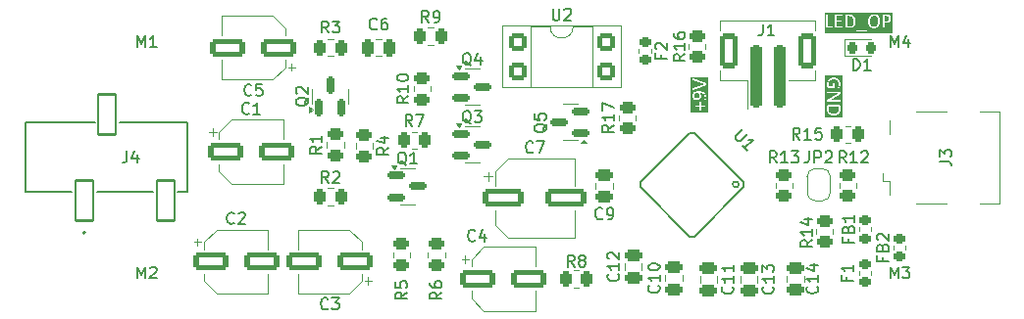
<source format=gbr>
%TF.GenerationSoftware,KiCad,Pcbnew,9.0.1*%
%TF.CreationDate,2025-05-09T23:00:38+01:00*%
%TF.ProjectId,aom-preamp,616f6d2d-7072-4656-916d-702e6b696361,rev?*%
%TF.SameCoordinates,Original*%
%TF.FileFunction,Legend,Top*%
%TF.FilePolarity,Positive*%
%FSLAX46Y46*%
G04 Gerber Fmt 4.6, Leading zero omitted, Abs format (unit mm)*
G04 Created by KiCad (PCBNEW 9.0.1) date 2025-05-09 23:00:38*
%MOMM*%
%LPD*%
G01*
G04 APERTURE LIST*
G04 Aperture macros list*
%AMRoundRect*
0 Rectangle with rounded corners*
0 $1 Rounding radius*
0 $2 $3 $4 $5 $6 $7 $8 $9 X,Y pos of 4 corners*
0 Add a 4 corners polygon primitive as box body*
4,1,4,$2,$3,$4,$5,$6,$7,$8,$9,$2,$3,0*
0 Add four circle primitives for the rounded corners*
1,1,$1+$1,$2,$3*
1,1,$1+$1,$4,$5*
1,1,$1+$1,$6,$7*
1,1,$1+$1,$8,$9*
0 Add four rect primitives between the rounded corners*
20,1,$1+$1,$2,$3,$4,$5,0*
20,1,$1+$1,$4,$5,$6,$7,0*
20,1,$1+$1,$6,$7,$8,$9,0*
20,1,$1+$1,$8,$9,$2,$3,0*%
%AMFreePoly0*
4,1,23,0.500000,-0.750000,0.000000,-0.750000,0.000000,-0.745722,-0.065263,-0.745722,-0.191342,-0.711940,-0.304381,-0.646677,-0.396677,-0.554381,-0.461940,-0.441342,-0.495722,-0.315263,-0.495722,-0.250000,-0.500000,-0.250000,-0.500000,0.250000,-0.495722,0.250000,-0.495722,0.315263,-0.461940,0.441342,-0.396677,0.554381,-0.304381,0.646677,-0.191342,0.711940,-0.065263,0.745722,0.000000,0.745722,
0.000000,0.750000,0.500000,0.750000,0.500000,-0.750000,0.500000,-0.750000,$1*%
%AMFreePoly1*
4,1,23,0.000000,0.745722,0.065263,0.745722,0.191342,0.711940,0.304381,0.646677,0.396677,0.554381,0.461940,0.441342,0.495722,0.315263,0.495722,0.250000,0.500000,0.250000,0.500000,-0.250000,0.495722,-0.250000,0.495722,-0.315263,0.461940,-0.441342,0.396677,-0.554381,0.304381,-0.646677,0.191342,-0.711940,0.065263,-0.745722,0.000000,-0.745722,0.000000,-0.750000,-0.500000,-0.750000,
-0.500000,0.750000,0.000000,0.750000,0.000000,0.745722,0.000000,0.745722,$1*%
G04 Aperture macros list end*
%ADD10C,0.100000*%
%ADD11C,0.150000*%
%ADD12C,0.120000*%
%ADD13C,0.203200*%
%ADD14C,0.127000*%
%ADD15C,0.200000*%
%ADD16RoundRect,0.250000X1.250000X0.550000X-1.250000X0.550000X-1.250000X-0.550000X1.250000X-0.550000X0*%
%ADD17RoundRect,0.150000X0.150000X-0.587500X0.150000X0.587500X-0.150000X0.587500X-0.150000X-0.587500X0*%
%ADD18C,2.700000*%
%ADD19RoundRect,0.250000X0.450000X-0.262500X0.450000X0.262500X-0.450000X0.262500X-0.450000X-0.262500X0*%
%ADD20RoundRect,0.250000X0.262500X0.450000X-0.262500X0.450000X-0.262500X-0.450000X0.262500X-0.450000X0*%
%ADD21RoundRect,0.102000X-0.629325X-0.431335X-0.431335X-0.629325X0.629325X0.431335X0.431335X0.629325X0*%
%ADD22RoundRect,0.102000X-0.629325X0.431335X0.431335X-0.629325X0.629325X-0.431335X-0.431335X0.629325X0*%
%ADD23RoundRect,0.250000X0.475000X-0.250000X0.475000X0.250000X-0.475000X0.250000X-0.475000X-0.250000X0*%
%ADD24RoundRect,0.250000X-0.262500X-0.450000X0.262500X-0.450000X0.262500X0.450000X-0.262500X0.450000X0*%
%ADD25RoundRect,0.250000X-0.550000X-0.550000X0.550000X-0.550000X0.550000X0.550000X-0.550000X0.550000X0*%
%ADD26RoundRect,0.218750X-0.256250X0.218750X-0.256250X-0.218750X0.256250X-0.218750X0.256250X0.218750X0*%
%ADD27RoundRect,0.150000X0.587500X0.150000X-0.587500X0.150000X-0.587500X-0.150000X0.587500X-0.150000X0*%
%ADD28RoundRect,0.250000X-0.450000X0.262500X-0.450000X-0.262500X0.450000X-0.262500X0.450000X0.262500X0*%
%ADD29FreePoly0,270.000000*%
%ADD30FreePoly1,270.000000*%
%ADD31RoundRect,0.250000X-1.250000X-0.550000X1.250000X-0.550000X1.250000X0.550000X-1.250000X0.550000X0*%
%ADD32C,1.200000*%
%ADD33RoundRect,0.102000X-0.750000X-1.750000X0.750000X-1.750000X0.750000X1.750000X-0.750000X1.750000X0*%
%ADD34RoundRect,0.250000X-1.500000X-0.550000X1.500000X-0.550000X1.500000X0.550000X-1.500000X0.550000X0*%
%ADD35RoundRect,0.150000X-0.587500X-0.150000X0.587500X-0.150000X0.587500X0.150000X-0.587500X0.150000X0*%
%ADD36C,0.900000*%
%ADD37R,2.500000X0.500000*%
%ADD38R,2.500000X2.000000*%
%ADD39RoundRect,0.250000X-0.475000X0.250000X-0.475000X-0.250000X0.475000X-0.250000X0.475000X0.250000X0*%
%ADD40RoundRect,0.250000X0.250000X0.475000X-0.250000X0.475000X-0.250000X-0.475000X0.250000X-0.475000X0*%
%ADD41RoundRect,0.218750X0.256250X-0.218750X0.256250X0.218750X-0.256250X0.218750X-0.256250X-0.218750X0*%
%ADD42RoundRect,0.218750X-0.218750X-0.256250X0.218750X-0.256250X0.218750X0.256250X-0.218750X0.256250X0*%
%ADD43RoundRect,0.250000X-0.250000X-2.500000X0.250000X-2.500000X0.250000X2.500000X-0.250000X2.500000X0*%
%ADD44RoundRect,0.250000X-0.550000X-1.250000X0.550000X-1.250000X0.550000X1.250000X-0.550000X1.250000X0*%
G04 APERTURE END LIST*
D10*
G36*
X147168895Y-83468871D02*
G01*
X147192627Y-83527838D01*
X147207545Y-83590957D01*
X147212551Y-83656670D01*
X147208113Y-83712546D01*
X147196120Y-83755259D01*
X147175968Y-83791814D01*
X147149525Y-83820032D01*
X147116671Y-83841138D01*
X147075940Y-83855990D01*
X147031154Y-83864216D01*
X146980051Y-83867103D01*
X146933604Y-83863993D01*
X146888685Y-83854720D01*
X146846387Y-83838704D01*
X146809227Y-83816063D01*
X146777872Y-83786387D01*
X146753344Y-83748988D01*
X146737995Y-83705329D01*
X146732468Y-83650399D01*
X146738022Y-83596786D01*
X146753821Y-83551810D01*
X146781047Y-83513265D01*
X146823039Y-83479893D01*
X146875531Y-83455163D01*
X146948537Y-83435520D01*
X147030631Y-83424576D01*
X147139761Y-83420438D01*
X147168895Y-83468871D01*
G37*
G36*
X147938684Y-85082290D02*
G01*
X146466098Y-85082290D01*
X146466098Y-84547063D01*
X146849314Y-84547063D01*
X146851536Y-84577783D01*
X146857807Y-84598183D01*
X146867571Y-84609296D01*
X146880509Y-84612789D01*
X147204931Y-84612789D01*
X147204931Y-84904983D01*
X147208503Y-84917842D01*
X147220092Y-84928082D01*
X147240017Y-84935226D01*
X147267958Y-84937846D01*
X147296852Y-84935226D01*
X147316855Y-84928082D01*
X147328365Y-84917842D01*
X147331937Y-84904110D01*
X147331937Y-84612789D01*
X147654136Y-84612789D01*
X147666123Y-84609296D01*
X147674537Y-84598183D01*
X147680252Y-84577783D01*
X147682475Y-84547063D01*
X147680252Y-84516026D01*
X147674537Y-84496023D01*
X147666123Y-84484910D01*
X147654136Y-84481338D01*
X147331937Y-84481338D01*
X147331937Y-84190096D01*
X147328365Y-84176761D01*
X147316855Y-84166124D01*
X147296852Y-84159059D01*
X147267958Y-84156360D01*
X147240017Y-84158583D01*
X147220092Y-84165727D01*
X147208503Y-84176364D01*
X147204931Y-84189223D01*
X147204931Y-84481338D01*
X146880509Y-84481338D01*
X146867571Y-84484910D01*
X146857807Y-84496023D01*
X146851536Y-84516026D01*
X146849314Y-84547063D01*
X146466098Y-84547063D01*
X146466098Y-83636190D01*
X146610542Y-83636190D01*
X146611753Y-83650399D01*
X146618799Y-83733096D01*
X146641579Y-83810268D01*
X146678555Y-83877489D01*
X146725006Y-83930130D01*
X146781297Y-83970883D01*
X146846138Y-83999428D01*
X146916299Y-84016023D01*
X146991243Y-84021654D01*
X147063082Y-84017185D01*
X147126981Y-84004350D01*
X147185316Y-83981200D01*
X147234301Y-83947514D01*
X147274082Y-83902579D01*
X147305742Y-83842734D01*
X147324850Y-83773001D01*
X147331937Y-83681516D01*
X147326329Y-83599117D01*
X147310664Y-83530537D01*
X147286999Y-83467721D01*
X147261766Y-83417739D01*
X147342219Y-83424036D01*
X147417587Y-83439092D01*
X147488096Y-83463904D01*
X147547927Y-83497674D01*
X147598308Y-83542242D01*
X147637626Y-83598485D01*
X147662251Y-83664364D01*
X147671044Y-83746289D01*
X147664456Y-83828049D01*
X147649771Y-83891552D01*
X147635086Y-83936401D01*
X147628418Y-83963866D01*
X147630640Y-83975932D01*
X147639134Y-83983473D01*
X147656915Y-83987442D01*
X147687872Y-83988791D01*
X147724704Y-83984822D01*
X147746454Y-83971884D01*
X147762409Y-83943466D01*
X147777412Y-83895124D01*
X147789319Y-83830272D01*
X147794240Y-83756132D01*
X147787309Y-83660278D01*
X147768045Y-83581657D01*
X147736316Y-83510839D01*
X147695572Y-83451952D01*
X147645478Y-83401997D01*
X147587617Y-83361380D01*
X147523891Y-83329203D01*
X147455213Y-83304148D01*
X147383488Y-83285987D01*
X147308124Y-83273905D01*
X147157066Y-83265014D01*
X147006484Y-83272555D01*
X146936422Y-83282733D01*
X146873603Y-83297401D01*
X146814609Y-83317847D01*
X146763822Y-83343123D01*
X146718694Y-83374874D01*
X146681189Y-83412421D01*
X146651278Y-83456416D01*
X146628799Y-83508787D01*
X146615352Y-83566691D01*
X146610542Y-83636190D01*
X146466098Y-83636190D01*
X146466098Y-82241661D01*
X146625782Y-82241661D01*
X146627132Y-82284367D01*
X146632053Y-82309213D01*
X146641738Y-82321675D01*
X146657693Y-82327867D01*
X147621750Y-82648399D01*
X147621750Y-82649351D01*
X146655946Y-82978774D01*
X146641341Y-82986394D01*
X146632053Y-82998381D01*
X146627132Y-83021004D01*
X146625782Y-83060455D01*
X146627608Y-83108479D01*
X146635546Y-83134198D01*
X146653724Y-83141739D01*
X146685237Y-83134198D01*
X147751296Y-82758577D01*
X147763282Y-82752782D01*
X147771697Y-82744368D01*
X147777412Y-82731429D01*
X147781381Y-82713251D01*
X147783603Y-82688009D01*
X147784080Y-82653717D01*
X147782730Y-82610694D01*
X147777888Y-82582276D01*
X147768125Y-82564972D01*
X147752169Y-82555208D01*
X146686110Y-82180460D01*
X146654597Y-82171967D01*
X146636419Y-82176412D01*
X146628005Y-82198241D01*
X146625782Y-82241661D01*
X146466098Y-82241661D01*
X146466098Y-82027523D01*
X147938684Y-82027523D01*
X147938684Y-85082290D01*
G37*
G36*
X162347233Y-76745595D02*
G01*
X162402305Y-76757462D01*
X162448553Y-76776047D01*
X162509432Y-76817619D01*
X162556429Y-76872492D01*
X162590518Y-76938447D01*
X162614138Y-77018232D01*
X162627030Y-77104156D01*
X162631522Y-77200010D01*
X162626980Y-77291812D01*
X162613741Y-77376866D01*
X162589542Y-77456436D01*
X162554207Y-77523955D01*
X162505972Y-77580776D01*
X162444108Y-77624846D01*
X162397127Y-77644888D01*
X162341453Y-77657621D01*
X162275348Y-77662154D01*
X162208505Y-77657939D01*
X162153041Y-77646200D01*
X162107065Y-77627941D01*
X162046671Y-77586712D01*
X162000062Y-77531972D01*
X161966483Y-77465808D01*
X161943227Y-77384883D01*
X161930773Y-77297381D01*
X161926399Y-77198184D01*
X161931025Y-77107985D01*
X161944576Y-77023550D01*
X161969213Y-76944562D01*
X162004904Y-76878287D01*
X162053278Y-76822436D01*
X162114606Y-76778746D01*
X162161076Y-76758656D01*
X162216168Y-76745899D01*
X162281619Y-76741358D01*
X162347233Y-76745595D01*
G37*
G36*
X163407927Y-76762790D02*
G01*
X163448167Y-76773076D01*
X163487782Y-76792081D01*
X163522594Y-76820311D01*
X163552635Y-76862094D01*
X163571832Y-76912797D01*
X163578830Y-76978939D01*
X163574748Y-77028985D01*
X163562875Y-77074194D01*
X163542981Y-77115172D01*
X163515803Y-77149525D01*
X163481574Y-77177205D01*
X163438964Y-77198660D01*
X163389959Y-77211526D01*
X163324023Y-77216362D01*
X163186380Y-77216362D01*
X163186380Y-76756599D01*
X163327516Y-76756599D01*
X163407927Y-76762790D01*
G37*
G36*
X160192307Y-76762020D02*
G01*
X160256289Y-76773405D01*
X160307704Y-76790732D01*
X160377203Y-76830355D01*
X160432487Y-76882018D01*
X160474843Y-76945213D01*
X160504881Y-77020772D01*
X160522049Y-77103077D01*
X160527980Y-77194136D01*
X160521193Y-77306863D01*
X160502658Y-77396711D01*
X160470247Y-77476492D01*
X160426693Y-77539037D01*
X160370333Y-77588139D01*
X160300639Y-77623258D01*
X160220313Y-77643278D01*
X160115051Y-77650723D01*
X159957881Y-77650723D01*
X159957881Y-76757869D01*
X160113225Y-76757869D01*
X160192307Y-76762020D01*
G37*
G36*
X163884016Y-78248580D02*
G01*
X158008281Y-78248580D01*
X158008281Y-78047062D01*
X160765085Y-78047062D01*
X160767453Y-78075386D01*
X160773023Y-78090959D01*
X160782842Y-78100862D01*
X160796122Y-78104136D01*
X161651351Y-78104136D01*
X161664364Y-78100664D01*
X161673497Y-78090086D01*
X161678523Y-78073812D01*
X161680642Y-78045236D01*
X161678428Y-78017533D01*
X161673101Y-78001340D01*
X161663718Y-77990691D01*
X161651351Y-77987290D01*
X160796122Y-77987290D01*
X160782993Y-77990901D01*
X160773023Y-78002213D01*
X160767383Y-78019202D01*
X160765085Y-78047062D01*
X158008281Y-78047062D01*
X158008281Y-76654200D01*
X158152725Y-76654200D01*
X158152725Y-77716925D01*
X158157802Y-77747676D01*
X158170902Y-77765267D01*
X158189972Y-77775664D01*
X158209560Y-77779000D01*
X158717585Y-77779000D01*
X158731318Y-77775031D01*
X158741081Y-77762568D01*
X158746796Y-77742247D01*
X158748622Y-77712480D01*
X158746796Y-77682395D01*
X158741081Y-77662471D01*
X158731318Y-77650961D01*
X158717585Y-77646913D01*
X158305529Y-77646913D01*
X158305529Y-76692937D01*
X158917302Y-76692937D01*
X158917302Y-77716925D01*
X158922373Y-77747621D01*
X158935480Y-77765267D01*
X158954549Y-77775664D01*
X158974138Y-77779000D01*
X159525662Y-77779000D01*
X159538522Y-77775427D01*
X159548762Y-77763918D01*
X159554953Y-77743914D01*
X159556700Y-77715973D01*
X159554953Y-77686206D01*
X159548762Y-77666678D01*
X159538522Y-77655565D01*
X159525662Y-77651993D01*
X159070107Y-77651993D01*
X159070107Y-77240493D01*
X159455491Y-77240493D01*
X159468351Y-77237397D01*
X159478114Y-77227237D01*
X159483909Y-77208583D01*
X159485655Y-77181117D01*
X159483909Y-77151906D01*
X159478114Y-77132379D01*
X159468351Y-77121266D01*
X159455491Y-77117297D01*
X159070107Y-77117297D01*
X159070107Y-76757869D01*
X159519392Y-76757869D01*
X159532251Y-76754297D01*
X159541618Y-76743184D01*
X159547412Y-76723657D01*
X159549635Y-76695715D01*
X159549428Y-76692937D01*
X159805076Y-76692937D01*
X159805076Y-77650723D01*
X159805076Y-77716925D01*
X159810147Y-77747621D01*
X159823254Y-77765267D01*
X159842323Y-77775664D01*
X159861912Y-77779000D01*
X160105287Y-77779000D01*
X160203270Y-77774564D01*
X160287304Y-77762096D01*
X160359221Y-77742644D01*
X160427583Y-77713761D01*
X160487213Y-77677246D01*
X160539093Y-77633022D01*
X160583248Y-77581089D01*
X160620419Y-77519984D01*
X160650541Y-77448466D01*
X160671080Y-77373278D01*
X160684121Y-77287017D01*
X160687769Y-77208583D01*
X161764783Y-77208583D01*
X161772775Y-77346288D01*
X161794947Y-77460134D01*
X161819352Y-77530945D01*
X161850052Y-77591535D01*
X161886789Y-77643182D01*
X161931230Y-77688127D01*
X161983036Y-77725511D01*
X162043086Y-77755583D01*
X162107300Y-77776381D01*
X162181537Y-77789576D01*
X162267411Y-77794240D01*
X162354212Y-77789207D01*
X162430376Y-77774855D01*
X162497371Y-77752011D01*
X162559974Y-77719456D01*
X162614308Y-77679283D01*
X162661209Y-77631196D01*
X162700420Y-77576263D01*
X162733206Y-77513089D01*
X162759401Y-77440607D01*
X162783671Y-77324567D01*
X162792264Y-77189055D01*
X162784166Y-77053926D01*
X162761624Y-76941552D01*
X162736898Y-76871707D01*
X162705737Y-76811703D01*
X162668353Y-76760330D01*
X162623412Y-76715603D01*
X162596650Y-76696509D01*
X163033576Y-76696509D01*
X163033576Y-77216362D01*
X163033576Y-77755662D01*
X163037148Y-77768125D01*
X163049610Y-77776539D01*
X163073107Y-77781857D01*
X163109938Y-77784080D01*
X163146770Y-77781857D01*
X163169870Y-77776539D01*
X163182332Y-77768125D01*
X163186380Y-77755662D01*
X163186380Y-77342098D01*
X163316879Y-77342098D01*
X163419252Y-77334972D01*
X163500245Y-77315506D01*
X163572059Y-77282801D01*
X163629870Y-77240175D01*
X163676436Y-77186551D01*
X163711154Y-77122218D01*
X163732219Y-77050137D01*
X163739572Y-76966953D01*
X163734877Y-76904045D01*
X163721394Y-76848599D01*
X163699096Y-76797770D01*
X163669401Y-76754138D01*
X163632265Y-76716779D01*
X163587244Y-76685396D01*
X163538390Y-76661529D01*
X163492227Y-76647294D01*
X163411420Y-76633959D01*
X163339979Y-76630863D01*
X163093983Y-76630863D01*
X163072095Y-76634597D01*
X163052230Y-76645945D01*
X163038746Y-76664803D01*
X163033576Y-76696509D01*
X162596650Y-76696509D01*
X162571429Y-76678515D01*
X162511580Y-76648802D01*
X162447709Y-76628168D01*
X162374507Y-76615132D01*
X162290510Y-76610542D01*
X162203654Y-76615576D01*
X162127465Y-76629929D01*
X162060470Y-76652771D01*
X161997789Y-76685251D01*
X161943292Y-76725169D01*
X161896155Y-76772792D01*
X161856714Y-76827142D01*
X161823800Y-76889731D01*
X161797567Y-76961635D01*
X161773313Y-77076409D01*
X161765454Y-77198184D01*
X161764783Y-77208583D01*
X160687769Y-77208583D01*
X160688722Y-77188103D01*
X160684484Y-77102287D01*
X160672294Y-77025126D01*
X160652764Y-76955602D01*
X160624560Y-76889441D01*
X160589334Y-76831306D01*
X160547031Y-76780333D01*
X160497570Y-76736407D01*
X160440311Y-76699465D01*
X160374303Y-76669441D01*
X160304601Y-76648909D01*
X160221304Y-76635629D01*
X160122116Y-76630863D01*
X159861912Y-76630863D01*
X159842329Y-76634216D01*
X159823254Y-76644675D01*
X159810150Y-76662256D01*
X159805076Y-76692937D01*
X159549428Y-76692937D01*
X159547412Y-76665948D01*
X159541618Y-76646024D01*
X159532251Y-76634435D01*
X159519392Y-76630863D01*
X158974138Y-76630863D01*
X158954555Y-76634216D01*
X158935480Y-76644675D01*
X158922376Y-76662256D01*
X158917302Y-76692937D01*
X158305529Y-76692937D01*
X158305529Y-76654200D01*
X158301957Y-76641738D01*
X158289494Y-76633323D01*
X158265919Y-76628005D01*
X158229087Y-76625782D01*
X158192732Y-76628005D01*
X158168759Y-76633323D01*
X158156297Y-76641738D01*
X158152725Y-76654200D01*
X158008281Y-76654200D01*
X158008281Y-76466098D01*
X163884016Y-76466098D01*
X163884016Y-78248580D01*
G37*
G36*
X159242130Y-84783818D02*
G01*
X159237979Y-84862900D01*
X159226594Y-84926882D01*
X159209267Y-84978297D01*
X159169644Y-85047796D01*
X159117981Y-85103080D01*
X159054786Y-85145436D01*
X158979227Y-85175474D01*
X158896922Y-85192642D01*
X158805863Y-85198573D01*
X158693136Y-85191786D01*
X158603288Y-85173251D01*
X158523507Y-85140840D01*
X158460962Y-85097286D01*
X158411860Y-85040926D01*
X158376741Y-84971232D01*
X158356721Y-84890906D01*
X158349276Y-84785644D01*
X158349276Y-84628474D01*
X159242130Y-84628474D01*
X159242130Y-84783818D01*
G37*
G36*
X159528821Y-85503760D02*
G01*
X158061315Y-85503760D01*
X158061315Y-84532505D01*
X158221000Y-84532505D01*
X158221000Y-84775881D01*
X158221442Y-84785644D01*
X158225435Y-84873863D01*
X158237903Y-84957898D01*
X158257355Y-85029814D01*
X158286238Y-85098176D01*
X158322753Y-85157806D01*
X158366977Y-85209686D01*
X158418910Y-85253841D01*
X158480015Y-85291012D01*
X158551533Y-85321134D01*
X158626721Y-85341673D01*
X158712982Y-85354714D01*
X158811896Y-85359316D01*
X158897712Y-85355077D01*
X158974873Y-85342887D01*
X159044397Y-85323357D01*
X159110558Y-85295153D01*
X159168693Y-85259928D01*
X159219666Y-85217624D01*
X159263592Y-85168163D01*
X159300534Y-85110905D01*
X159330558Y-85044896D01*
X159351090Y-84975194D01*
X159364370Y-84891897D01*
X159369136Y-84792709D01*
X159369136Y-84532505D01*
X159365783Y-84512922D01*
X159355324Y-84493847D01*
X159337743Y-84480743D01*
X159307062Y-84475669D01*
X158283074Y-84475669D01*
X158252378Y-84480740D01*
X158234732Y-84493847D01*
X158224335Y-84512916D01*
X158221000Y-84532505D01*
X158061315Y-84532505D01*
X158061315Y-83372779D01*
X158215919Y-83372779D01*
X158218142Y-83407864D01*
X158223460Y-83430090D01*
X158232271Y-83442076D01*
X158244337Y-83445648D01*
X158937156Y-83445648D01*
X159069322Y-83444696D01*
X159199742Y-83442076D01*
X159199742Y-83443823D01*
X159091945Y-83497562D01*
X158985974Y-83554874D01*
X158333003Y-83917159D01*
X158275453Y-83951372D01*
X158239257Y-83982409D01*
X158221000Y-84015272D01*
X158215919Y-84055755D01*
X158215919Y-84104573D01*
X158219491Y-84127593D01*
X158231081Y-84148469D01*
X158251560Y-84163631D01*
X158281883Y-84169426D01*
X159345719Y-84169426D01*
X159357229Y-84165853D01*
X159366596Y-84154264D01*
X159372391Y-84132117D01*
X159374217Y-84098381D01*
X159372391Y-84062343D01*
X159366596Y-84040197D01*
X159357309Y-84028210D01*
X159345719Y-84024638D01*
X158721404Y-84024638D01*
X158575109Y-84025035D01*
X158428814Y-84027337D01*
X158428814Y-84026385D01*
X158511765Y-83983361D01*
X158595589Y-83939385D01*
X158682032Y-83893187D01*
X158772127Y-83843496D01*
X159276025Y-83564637D01*
X159321668Y-83536617D01*
X159350006Y-83510025D01*
X159364691Y-83478908D01*
X159369136Y-83435885D01*
X159369136Y-83363015D01*
X159365434Y-83341042D01*
X159354054Y-83320389D01*
X159335104Y-83306235D01*
X159303490Y-83300861D01*
X158244337Y-83300861D01*
X158232271Y-83304433D01*
X158223460Y-83315943D01*
X158218142Y-83337693D01*
X158215919Y-83372779D01*
X158061315Y-83372779D01*
X158061315Y-82644715D01*
X158205759Y-82644715D01*
X158211077Y-82732588D01*
X158227032Y-82820539D01*
X158252830Y-82904919D01*
X158280851Y-82971518D01*
X158295581Y-82993805D01*
X158310618Y-83005254D01*
X158350625Y-83013271D01*
X158788718Y-83013271D01*
X158817135Y-83008826D01*
X158836662Y-82996364D01*
X158847379Y-82978662D01*
X158850951Y-82959135D01*
X158850951Y-82594071D01*
X158847379Y-82580815D01*
X158836186Y-82571448D01*
X158816580Y-82565654D01*
X158787606Y-82563907D01*
X158757789Y-82566126D01*
X158740376Y-82571448D01*
X158728883Y-82581059D01*
X158725214Y-82594071D01*
X158725214Y-82860546D01*
X158390632Y-82860546D01*
X158368172Y-82811860D01*
X158351975Y-82758862D01*
X158342291Y-82704238D01*
X158339115Y-82650907D01*
X158346827Y-82563885D01*
X158369200Y-82486195D01*
X158406444Y-82416272D01*
X158457707Y-82356967D01*
X158521661Y-82309367D01*
X158601145Y-82272190D01*
X158689946Y-82249590D01*
X158795862Y-82241550D01*
X158891741Y-82248714D01*
X158978195Y-82269491D01*
X159057429Y-82304086D01*
X159123379Y-82349902D01*
X159177674Y-82407828D01*
X159219031Y-82477781D01*
X159244637Y-82556727D01*
X159253561Y-82648287D01*
X159249082Y-82725289D01*
X159236891Y-82786327D01*
X159200218Y-82886265D01*
X159163465Y-82952864D01*
X159149981Y-82976508D01*
X159146875Y-82988426D01*
X159150447Y-82999936D01*
X159162434Y-83008826D01*
X159183866Y-83014145D01*
X159213792Y-83015970D01*
X159257450Y-83011525D01*
X159283963Y-82995491D01*
X159313174Y-82953340D01*
X159346355Y-82877851D01*
X159373026Y-82775293D01*
X159381459Y-82716441D01*
X159384377Y-82651859D01*
X159379397Y-82567463D01*
X159364912Y-82490063D01*
X159341354Y-82418723D01*
X159308479Y-82351309D01*
X159268219Y-82291460D01*
X159220380Y-82238454D01*
X159165534Y-82192740D01*
X159102911Y-82153960D01*
X159031617Y-82122084D01*
X158956734Y-82099570D01*
X158874672Y-82085626D01*
X158784431Y-82080807D01*
X158697648Y-82085271D01*
X158618794Y-82098179D01*
X158546929Y-82118989D01*
X158478512Y-82148686D01*
X158417923Y-82185519D01*
X158364358Y-82229563D01*
X158317853Y-82280899D01*
X158278767Y-82339673D01*
X158246956Y-82406737D01*
X158224561Y-82477717D01*
X158210609Y-82556655D01*
X158205759Y-82644715D01*
X158061315Y-82644715D01*
X158061315Y-81936363D01*
X159528821Y-81936363D01*
X159528821Y-85503760D01*
G37*
D11*
X115133333Y-102059580D02*
X115085714Y-102107200D01*
X115085714Y-102107200D02*
X114942857Y-102154819D01*
X114942857Y-102154819D02*
X114847619Y-102154819D01*
X114847619Y-102154819D02*
X114704762Y-102107200D01*
X114704762Y-102107200D02*
X114609524Y-102011961D01*
X114609524Y-102011961D02*
X114561905Y-101916723D01*
X114561905Y-101916723D02*
X114514286Y-101726247D01*
X114514286Y-101726247D02*
X114514286Y-101583390D01*
X114514286Y-101583390D02*
X114561905Y-101392914D01*
X114561905Y-101392914D02*
X114609524Y-101297676D01*
X114609524Y-101297676D02*
X114704762Y-101202438D01*
X114704762Y-101202438D02*
X114847619Y-101154819D01*
X114847619Y-101154819D02*
X114942857Y-101154819D01*
X114942857Y-101154819D02*
X115085714Y-101202438D01*
X115085714Y-101202438D02*
X115133333Y-101250057D01*
X115466667Y-101154819D02*
X116085714Y-101154819D01*
X116085714Y-101154819D02*
X115752381Y-101535771D01*
X115752381Y-101535771D02*
X115895238Y-101535771D01*
X115895238Y-101535771D02*
X115990476Y-101583390D01*
X115990476Y-101583390D02*
X116038095Y-101631009D01*
X116038095Y-101631009D02*
X116085714Y-101726247D01*
X116085714Y-101726247D02*
X116085714Y-101964342D01*
X116085714Y-101964342D02*
X116038095Y-102059580D01*
X116038095Y-102059580D02*
X115990476Y-102107200D01*
X115990476Y-102107200D02*
X115895238Y-102154819D01*
X115895238Y-102154819D02*
X115609524Y-102154819D01*
X115609524Y-102154819D02*
X115514286Y-102107200D01*
X115514286Y-102107200D02*
X115466667Y-102059580D01*
X113475057Y-83807738D02*
X113427438Y-83902976D01*
X113427438Y-83902976D02*
X113332200Y-83998214D01*
X113332200Y-83998214D02*
X113189342Y-84141071D01*
X113189342Y-84141071D02*
X113141723Y-84236309D01*
X113141723Y-84236309D02*
X113141723Y-84331547D01*
X113379819Y-84283928D02*
X113332200Y-84379166D01*
X113332200Y-84379166D02*
X113236961Y-84474404D01*
X113236961Y-84474404D02*
X113046485Y-84522023D01*
X113046485Y-84522023D02*
X112713152Y-84522023D01*
X112713152Y-84522023D02*
X112522676Y-84474404D01*
X112522676Y-84474404D02*
X112427438Y-84379166D01*
X112427438Y-84379166D02*
X112379819Y-84283928D01*
X112379819Y-84283928D02*
X112379819Y-84093452D01*
X112379819Y-84093452D02*
X112427438Y-83998214D01*
X112427438Y-83998214D02*
X112522676Y-83902976D01*
X112522676Y-83902976D02*
X112713152Y-83855357D01*
X112713152Y-83855357D02*
X113046485Y-83855357D01*
X113046485Y-83855357D02*
X113236961Y-83902976D01*
X113236961Y-83902976D02*
X113332200Y-83998214D01*
X113332200Y-83998214D02*
X113379819Y-84093452D01*
X113379819Y-84093452D02*
X113379819Y-84283928D01*
X112475057Y-83474404D02*
X112427438Y-83426785D01*
X112427438Y-83426785D02*
X112379819Y-83331547D01*
X112379819Y-83331547D02*
X112379819Y-83093452D01*
X112379819Y-83093452D02*
X112427438Y-82998214D01*
X112427438Y-82998214D02*
X112475057Y-82950595D01*
X112475057Y-82950595D02*
X112570295Y-82902976D01*
X112570295Y-82902976D02*
X112665533Y-82902976D01*
X112665533Y-82902976D02*
X112808390Y-82950595D01*
X112808390Y-82950595D02*
X113379819Y-83522023D01*
X113379819Y-83522023D02*
X113379819Y-82902976D01*
X98690476Y-79454819D02*
X98690476Y-78454819D01*
X98690476Y-78454819D02*
X99023809Y-79169104D01*
X99023809Y-79169104D02*
X99357142Y-78454819D01*
X99357142Y-78454819D02*
X99357142Y-79454819D01*
X100357142Y-79454819D02*
X99785714Y-79454819D01*
X100071428Y-79454819D02*
X100071428Y-78454819D01*
X100071428Y-78454819D02*
X99976190Y-78597676D01*
X99976190Y-78597676D02*
X99880952Y-78692914D01*
X99880952Y-78692914D02*
X99785714Y-78740533D01*
X124954819Y-100666666D02*
X124478628Y-100999999D01*
X124954819Y-101238094D02*
X123954819Y-101238094D01*
X123954819Y-101238094D02*
X123954819Y-100857142D01*
X123954819Y-100857142D02*
X124002438Y-100761904D01*
X124002438Y-100761904D02*
X124050057Y-100714285D01*
X124050057Y-100714285D02*
X124145295Y-100666666D01*
X124145295Y-100666666D02*
X124288152Y-100666666D01*
X124288152Y-100666666D02*
X124383390Y-100714285D01*
X124383390Y-100714285D02*
X124431009Y-100761904D01*
X124431009Y-100761904D02*
X124478628Y-100857142D01*
X124478628Y-100857142D02*
X124478628Y-101238094D01*
X123954819Y-99809523D02*
X123954819Y-99999999D01*
X123954819Y-99999999D02*
X124002438Y-100095237D01*
X124002438Y-100095237D02*
X124050057Y-100142856D01*
X124050057Y-100142856D02*
X124192914Y-100238094D01*
X124192914Y-100238094D02*
X124383390Y-100285713D01*
X124383390Y-100285713D02*
X124764342Y-100285713D01*
X124764342Y-100285713D02*
X124859580Y-100238094D01*
X124859580Y-100238094D02*
X124907200Y-100190475D01*
X124907200Y-100190475D02*
X124954819Y-100095237D01*
X124954819Y-100095237D02*
X124954819Y-99904761D01*
X124954819Y-99904761D02*
X124907200Y-99809523D01*
X124907200Y-99809523D02*
X124859580Y-99761904D01*
X124859580Y-99761904D02*
X124764342Y-99714285D01*
X124764342Y-99714285D02*
X124526247Y-99714285D01*
X124526247Y-99714285D02*
X124431009Y-99761904D01*
X124431009Y-99761904D02*
X124383390Y-99809523D01*
X124383390Y-99809523D02*
X124335771Y-99904761D01*
X124335771Y-99904761D02*
X124335771Y-100095237D01*
X124335771Y-100095237D02*
X124383390Y-100190475D01*
X124383390Y-100190475D02*
X124431009Y-100238094D01*
X124431009Y-100238094D02*
X124526247Y-100285713D01*
X136420833Y-98454819D02*
X136087500Y-97978628D01*
X135849405Y-98454819D02*
X135849405Y-97454819D01*
X135849405Y-97454819D02*
X136230357Y-97454819D01*
X136230357Y-97454819D02*
X136325595Y-97502438D01*
X136325595Y-97502438D02*
X136373214Y-97550057D01*
X136373214Y-97550057D02*
X136420833Y-97645295D01*
X136420833Y-97645295D02*
X136420833Y-97788152D01*
X136420833Y-97788152D02*
X136373214Y-97883390D01*
X136373214Y-97883390D02*
X136325595Y-97931009D01*
X136325595Y-97931009D02*
X136230357Y-97978628D01*
X136230357Y-97978628D02*
X135849405Y-97978628D01*
X136992262Y-97883390D02*
X136897024Y-97835771D01*
X136897024Y-97835771D02*
X136849405Y-97788152D01*
X136849405Y-97788152D02*
X136801786Y-97692914D01*
X136801786Y-97692914D02*
X136801786Y-97645295D01*
X136801786Y-97645295D02*
X136849405Y-97550057D01*
X136849405Y-97550057D02*
X136897024Y-97502438D01*
X136897024Y-97502438D02*
X136992262Y-97454819D01*
X136992262Y-97454819D02*
X137182738Y-97454819D01*
X137182738Y-97454819D02*
X137277976Y-97502438D01*
X137277976Y-97502438D02*
X137325595Y-97550057D01*
X137325595Y-97550057D02*
X137373214Y-97645295D01*
X137373214Y-97645295D02*
X137373214Y-97692914D01*
X137373214Y-97692914D02*
X137325595Y-97788152D01*
X137325595Y-97788152D02*
X137277976Y-97835771D01*
X137277976Y-97835771D02*
X137182738Y-97883390D01*
X137182738Y-97883390D02*
X136992262Y-97883390D01*
X136992262Y-97883390D02*
X136897024Y-97931009D01*
X136897024Y-97931009D02*
X136849405Y-97978628D01*
X136849405Y-97978628D02*
X136801786Y-98073866D01*
X136801786Y-98073866D02*
X136801786Y-98264342D01*
X136801786Y-98264342D02*
X136849405Y-98359580D01*
X136849405Y-98359580D02*
X136897024Y-98407200D01*
X136897024Y-98407200D02*
X136992262Y-98454819D01*
X136992262Y-98454819D02*
X137182738Y-98454819D01*
X137182738Y-98454819D02*
X137277976Y-98407200D01*
X137277976Y-98407200D02*
X137325595Y-98359580D01*
X137325595Y-98359580D02*
X137373214Y-98264342D01*
X137373214Y-98264342D02*
X137373214Y-98073866D01*
X137373214Y-98073866D02*
X137325595Y-97978628D01*
X137325595Y-97978628D02*
X137277976Y-97931009D01*
X137277976Y-97931009D02*
X137182738Y-97883390D01*
X108533333Y-83559580D02*
X108485714Y-83607200D01*
X108485714Y-83607200D02*
X108342857Y-83654819D01*
X108342857Y-83654819D02*
X108247619Y-83654819D01*
X108247619Y-83654819D02*
X108104762Y-83607200D01*
X108104762Y-83607200D02*
X108009524Y-83511961D01*
X108009524Y-83511961D02*
X107961905Y-83416723D01*
X107961905Y-83416723D02*
X107914286Y-83226247D01*
X107914286Y-83226247D02*
X107914286Y-83083390D01*
X107914286Y-83083390D02*
X107961905Y-82892914D01*
X107961905Y-82892914D02*
X108009524Y-82797676D01*
X108009524Y-82797676D02*
X108104762Y-82702438D01*
X108104762Y-82702438D02*
X108247619Y-82654819D01*
X108247619Y-82654819D02*
X108342857Y-82654819D01*
X108342857Y-82654819D02*
X108485714Y-82702438D01*
X108485714Y-82702438D02*
X108533333Y-82750057D01*
X109438095Y-82654819D02*
X108961905Y-82654819D01*
X108961905Y-82654819D02*
X108914286Y-83131009D01*
X108914286Y-83131009D02*
X108961905Y-83083390D01*
X108961905Y-83083390D02*
X109057143Y-83035771D01*
X109057143Y-83035771D02*
X109295238Y-83035771D01*
X109295238Y-83035771D02*
X109390476Y-83083390D01*
X109390476Y-83083390D02*
X109438095Y-83131009D01*
X109438095Y-83131009D02*
X109485714Y-83226247D01*
X109485714Y-83226247D02*
X109485714Y-83464342D01*
X109485714Y-83464342D02*
X109438095Y-83559580D01*
X109438095Y-83559580D02*
X109390476Y-83607200D01*
X109390476Y-83607200D02*
X109295238Y-83654819D01*
X109295238Y-83654819D02*
X109057143Y-83654819D01*
X109057143Y-83654819D02*
X108961905Y-83607200D01*
X108961905Y-83607200D02*
X108914286Y-83559580D01*
X153857142Y-89454819D02*
X153523809Y-88978628D01*
X153285714Y-89454819D02*
X153285714Y-88454819D01*
X153285714Y-88454819D02*
X153666666Y-88454819D01*
X153666666Y-88454819D02*
X153761904Y-88502438D01*
X153761904Y-88502438D02*
X153809523Y-88550057D01*
X153809523Y-88550057D02*
X153857142Y-88645295D01*
X153857142Y-88645295D02*
X153857142Y-88788152D01*
X153857142Y-88788152D02*
X153809523Y-88883390D01*
X153809523Y-88883390D02*
X153761904Y-88931009D01*
X153761904Y-88931009D02*
X153666666Y-88978628D01*
X153666666Y-88978628D02*
X153285714Y-88978628D01*
X154809523Y-89454819D02*
X154238095Y-89454819D01*
X154523809Y-89454819D02*
X154523809Y-88454819D01*
X154523809Y-88454819D02*
X154428571Y-88597676D01*
X154428571Y-88597676D02*
X154333333Y-88692914D01*
X154333333Y-88692914D02*
X154238095Y-88740533D01*
X155142857Y-88454819D02*
X155761904Y-88454819D01*
X155761904Y-88454819D02*
X155428571Y-88835771D01*
X155428571Y-88835771D02*
X155571428Y-88835771D01*
X155571428Y-88835771D02*
X155666666Y-88883390D01*
X155666666Y-88883390D02*
X155714285Y-88931009D01*
X155714285Y-88931009D02*
X155761904Y-89026247D01*
X155761904Y-89026247D02*
X155761904Y-89264342D01*
X155761904Y-89264342D02*
X155714285Y-89359580D01*
X155714285Y-89359580D02*
X155666666Y-89407200D01*
X155666666Y-89407200D02*
X155571428Y-89454819D01*
X155571428Y-89454819D02*
X155285714Y-89454819D01*
X155285714Y-89454819D02*
X155190476Y-89407200D01*
X155190476Y-89407200D02*
X155142857Y-89359580D01*
X163690476Y-79454819D02*
X163690476Y-78454819D01*
X163690476Y-78454819D02*
X164023809Y-79169104D01*
X164023809Y-79169104D02*
X164357142Y-78454819D01*
X164357142Y-78454819D02*
X164357142Y-79454819D01*
X165261904Y-78788152D02*
X165261904Y-79454819D01*
X165023809Y-78407200D02*
X164785714Y-79121485D01*
X164785714Y-79121485D02*
X165404761Y-79121485D01*
X150915667Y-86569185D02*
X150343247Y-87141605D01*
X150343247Y-87141605D02*
X150309575Y-87242620D01*
X150309575Y-87242620D02*
X150309575Y-87309964D01*
X150309575Y-87309964D02*
X150343247Y-87410979D01*
X150343247Y-87410979D02*
X150477934Y-87545666D01*
X150477934Y-87545666D02*
X150578949Y-87579338D01*
X150578949Y-87579338D02*
X150646293Y-87579338D01*
X150646293Y-87579338D02*
X150747308Y-87545666D01*
X150747308Y-87545666D02*
X151319728Y-86973246D01*
X151319728Y-88387460D02*
X150915667Y-87983399D01*
X151117697Y-88185429D02*
X151824804Y-87478323D01*
X151824804Y-87478323D02*
X151656445Y-87511994D01*
X151656445Y-87511994D02*
X151521758Y-87511994D01*
X151521758Y-87511994D02*
X151420743Y-87478323D01*
X115195833Y-78204819D02*
X114862500Y-77728628D01*
X114624405Y-78204819D02*
X114624405Y-77204819D01*
X114624405Y-77204819D02*
X115005357Y-77204819D01*
X115005357Y-77204819D02*
X115100595Y-77252438D01*
X115100595Y-77252438D02*
X115148214Y-77300057D01*
X115148214Y-77300057D02*
X115195833Y-77395295D01*
X115195833Y-77395295D02*
X115195833Y-77538152D01*
X115195833Y-77538152D02*
X115148214Y-77633390D01*
X115148214Y-77633390D02*
X115100595Y-77681009D01*
X115100595Y-77681009D02*
X115005357Y-77728628D01*
X115005357Y-77728628D02*
X114624405Y-77728628D01*
X115529167Y-77204819D02*
X116148214Y-77204819D01*
X116148214Y-77204819D02*
X115814881Y-77585771D01*
X115814881Y-77585771D02*
X115957738Y-77585771D01*
X115957738Y-77585771D02*
X116052976Y-77633390D01*
X116052976Y-77633390D02*
X116100595Y-77681009D01*
X116100595Y-77681009D02*
X116148214Y-77776247D01*
X116148214Y-77776247D02*
X116148214Y-78014342D01*
X116148214Y-78014342D02*
X116100595Y-78109580D01*
X116100595Y-78109580D02*
X116052976Y-78157200D01*
X116052976Y-78157200D02*
X115957738Y-78204819D01*
X115957738Y-78204819D02*
X115672024Y-78204819D01*
X115672024Y-78204819D02*
X115576786Y-78157200D01*
X115576786Y-78157200D02*
X115529167Y-78109580D01*
X140179580Y-99092857D02*
X140227200Y-99140476D01*
X140227200Y-99140476D02*
X140274819Y-99283333D01*
X140274819Y-99283333D02*
X140274819Y-99378571D01*
X140274819Y-99378571D02*
X140227200Y-99521428D01*
X140227200Y-99521428D02*
X140131961Y-99616666D01*
X140131961Y-99616666D02*
X140036723Y-99664285D01*
X140036723Y-99664285D02*
X139846247Y-99711904D01*
X139846247Y-99711904D02*
X139703390Y-99711904D01*
X139703390Y-99711904D02*
X139512914Y-99664285D01*
X139512914Y-99664285D02*
X139417676Y-99616666D01*
X139417676Y-99616666D02*
X139322438Y-99521428D01*
X139322438Y-99521428D02*
X139274819Y-99378571D01*
X139274819Y-99378571D02*
X139274819Y-99283333D01*
X139274819Y-99283333D02*
X139322438Y-99140476D01*
X139322438Y-99140476D02*
X139370057Y-99092857D01*
X140274819Y-98140476D02*
X140274819Y-98711904D01*
X140274819Y-98426190D02*
X139274819Y-98426190D01*
X139274819Y-98426190D02*
X139417676Y-98521428D01*
X139417676Y-98521428D02*
X139512914Y-98616666D01*
X139512914Y-98616666D02*
X139560533Y-98711904D01*
X139370057Y-97759523D02*
X139322438Y-97711904D01*
X139322438Y-97711904D02*
X139274819Y-97616666D01*
X139274819Y-97616666D02*
X139274819Y-97378571D01*
X139274819Y-97378571D02*
X139322438Y-97283333D01*
X139322438Y-97283333D02*
X139370057Y-97235714D01*
X139370057Y-97235714D02*
X139465295Y-97188095D01*
X139465295Y-97188095D02*
X139560533Y-97188095D01*
X139560533Y-97188095D02*
X139703390Y-97235714D01*
X139703390Y-97235714D02*
X140274819Y-97807142D01*
X140274819Y-97807142D02*
X140274819Y-97188095D01*
X115195833Y-91204819D02*
X114862500Y-90728628D01*
X114624405Y-91204819D02*
X114624405Y-90204819D01*
X114624405Y-90204819D02*
X115005357Y-90204819D01*
X115005357Y-90204819D02*
X115100595Y-90252438D01*
X115100595Y-90252438D02*
X115148214Y-90300057D01*
X115148214Y-90300057D02*
X115195833Y-90395295D01*
X115195833Y-90395295D02*
X115195833Y-90538152D01*
X115195833Y-90538152D02*
X115148214Y-90633390D01*
X115148214Y-90633390D02*
X115100595Y-90681009D01*
X115100595Y-90681009D02*
X115005357Y-90728628D01*
X115005357Y-90728628D02*
X114624405Y-90728628D01*
X115576786Y-90300057D02*
X115624405Y-90252438D01*
X115624405Y-90252438D02*
X115719643Y-90204819D01*
X115719643Y-90204819D02*
X115957738Y-90204819D01*
X115957738Y-90204819D02*
X116052976Y-90252438D01*
X116052976Y-90252438D02*
X116100595Y-90300057D01*
X116100595Y-90300057D02*
X116148214Y-90395295D01*
X116148214Y-90395295D02*
X116148214Y-90490533D01*
X116148214Y-90490533D02*
X116100595Y-90633390D01*
X116100595Y-90633390D02*
X115529167Y-91204819D01*
X115529167Y-91204819D02*
X116148214Y-91204819D01*
X134548095Y-76124820D02*
X134548095Y-76934343D01*
X134548095Y-76934343D02*
X134595714Y-77029581D01*
X134595714Y-77029581D02*
X134643333Y-77077201D01*
X134643333Y-77077201D02*
X134738571Y-77124820D01*
X134738571Y-77124820D02*
X134929047Y-77124820D01*
X134929047Y-77124820D02*
X135024285Y-77077201D01*
X135024285Y-77077201D02*
X135071904Y-77029581D01*
X135071904Y-77029581D02*
X135119523Y-76934343D01*
X135119523Y-76934343D02*
X135119523Y-76124820D01*
X135548095Y-76220058D02*
X135595714Y-76172439D01*
X135595714Y-76172439D02*
X135690952Y-76124820D01*
X135690952Y-76124820D02*
X135929047Y-76124820D01*
X135929047Y-76124820D02*
X136024285Y-76172439D01*
X136024285Y-76172439D02*
X136071904Y-76220058D01*
X136071904Y-76220058D02*
X136119523Y-76315296D01*
X136119523Y-76315296D02*
X136119523Y-76410534D01*
X136119523Y-76410534D02*
X136071904Y-76553391D01*
X136071904Y-76553391D02*
X135500476Y-77124820D01*
X135500476Y-77124820D02*
X136119523Y-77124820D01*
X160031009Y-96045833D02*
X160031009Y-96379166D01*
X160554819Y-96379166D02*
X159554819Y-96379166D01*
X159554819Y-96379166D02*
X159554819Y-95902976D01*
X160031009Y-95188690D02*
X160078628Y-95045833D01*
X160078628Y-95045833D02*
X160126247Y-94998214D01*
X160126247Y-94998214D02*
X160221485Y-94950595D01*
X160221485Y-94950595D02*
X160364342Y-94950595D01*
X160364342Y-94950595D02*
X160459580Y-94998214D01*
X160459580Y-94998214D02*
X160507200Y-95045833D01*
X160507200Y-95045833D02*
X160554819Y-95141071D01*
X160554819Y-95141071D02*
X160554819Y-95522023D01*
X160554819Y-95522023D02*
X159554819Y-95522023D01*
X159554819Y-95522023D02*
X159554819Y-95188690D01*
X159554819Y-95188690D02*
X159602438Y-95093452D01*
X159602438Y-95093452D02*
X159650057Y-95045833D01*
X159650057Y-95045833D02*
X159745295Y-94998214D01*
X159745295Y-94998214D02*
X159840533Y-94998214D01*
X159840533Y-94998214D02*
X159935771Y-95045833D01*
X159935771Y-95045833D02*
X159983390Y-95093452D01*
X159983390Y-95093452D02*
X160031009Y-95188690D01*
X160031009Y-95188690D02*
X160031009Y-95522023D01*
X160554819Y-93998214D02*
X160554819Y-94569642D01*
X160554819Y-94283928D02*
X159554819Y-94283928D01*
X159554819Y-94283928D02*
X159697676Y-94379166D01*
X159697676Y-94379166D02*
X159792914Y-94474404D01*
X159792914Y-94474404D02*
X159840533Y-94569642D01*
X134050057Y-86095238D02*
X134002438Y-86190476D01*
X134002438Y-86190476D02*
X133907200Y-86285714D01*
X133907200Y-86285714D02*
X133764342Y-86428571D01*
X133764342Y-86428571D02*
X133716723Y-86523809D01*
X133716723Y-86523809D02*
X133716723Y-86619047D01*
X133954819Y-86571428D02*
X133907200Y-86666666D01*
X133907200Y-86666666D02*
X133811961Y-86761904D01*
X133811961Y-86761904D02*
X133621485Y-86809523D01*
X133621485Y-86809523D02*
X133288152Y-86809523D01*
X133288152Y-86809523D02*
X133097676Y-86761904D01*
X133097676Y-86761904D02*
X133002438Y-86666666D01*
X133002438Y-86666666D02*
X132954819Y-86571428D01*
X132954819Y-86571428D02*
X132954819Y-86380952D01*
X132954819Y-86380952D02*
X133002438Y-86285714D01*
X133002438Y-86285714D02*
X133097676Y-86190476D01*
X133097676Y-86190476D02*
X133288152Y-86142857D01*
X133288152Y-86142857D02*
X133621485Y-86142857D01*
X133621485Y-86142857D02*
X133811961Y-86190476D01*
X133811961Y-86190476D02*
X133907200Y-86285714D01*
X133907200Y-86285714D02*
X133954819Y-86380952D01*
X133954819Y-86380952D02*
X133954819Y-86571428D01*
X132954819Y-85238095D02*
X132954819Y-85714285D01*
X132954819Y-85714285D02*
X133431009Y-85761904D01*
X133431009Y-85761904D02*
X133383390Y-85714285D01*
X133383390Y-85714285D02*
X133335771Y-85619047D01*
X133335771Y-85619047D02*
X133335771Y-85380952D01*
X133335771Y-85380952D02*
X133383390Y-85285714D01*
X133383390Y-85285714D02*
X133431009Y-85238095D01*
X133431009Y-85238095D02*
X133526247Y-85190476D01*
X133526247Y-85190476D02*
X133764342Y-85190476D01*
X133764342Y-85190476D02*
X133859580Y-85238095D01*
X133859580Y-85238095D02*
X133907200Y-85285714D01*
X133907200Y-85285714D02*
X133954819Y-85380952D01*
X133954819Y-85380952D02*
X133954819Y-85619047D01*
X133954819Y-85619047D02*
X133907200Y-85714285D01*
X133907200Y-85714285D02*
X133859580Y-85761904D01*
X145954819Y-80055357D02*
X145478628Y-80388690D01*
X145954819Y-80626785D02*
X144954819Y-80626785D01*
X144954819Y-80626785D02*
X144954819Y-80245833D01*
X144954819Y-80245833D02*
X145002438Y-80150595D01*
X145002438Y-80150595D02*
X145050057Y-80102976D01*
X145050057Y-80102976D02*
X145145295Y-80055357D01*
X145145295Y-80055357D02*
X145288152Y-80055357D01*
X145288152Y-80055357D02*
X145383390Y-80102976D01*
X145383390Y-80102976D02*
X145431009Y-80150595D01*
X145431009Y-80150595D02*
X145478628Y-80245833D01*
X145478628Y-80245833D02*
X145478628Y-80626785D01*
X145954819Y-79102976D02*
X145954819Y-79674404D01*
X145954819Y-79388690D02*
X144954819Y-79388690D01*
X144954819Y-79388690D02*
X145097676Y-79483928D01*
X145097676Y-79483928D02*
X145192914Y-79579166D01*
X145192914Y-79579166D02*
X145240533Y-79674404D01*
X144954819Y-78245833D02*
X144954819Y-78436309D01*
X144954819Y-78436309D02*
X145002438Y-78531547D01*
X145002438Y-78531547D02*
X145050057Y-78579166D01*
X145050057Y-78579166D02*
X145192914Y-78674404D01*
X145192914Y-78674404D02*
X145383390Y-78722023D01*
X145383390Y-78722023D02*
X145764342Y-78722023D01*
X145764342Y-78722023D02*
X145859580Y-78674404D01*
X145859580Y-78674404D02*
X145907200Y-78626785D01*
X145907200Y-78626785D02*
X145954819Y-78531547D01*
X145954819Y-78531547D02*
X145954819Y-78341071D01*
X145954819Y-78341071D02*
X145907200Y-78245833D01*
X145907200Y-78245833D02*
X145859580Y-78198214D01*
X145859580Y-78198214D02*
X145764342Y-78150595D01*
X145764342Y-78150595D02*
X145526247Y-78150595D01*
X145526247Y-78150595D02*
X145431009Y-78198214D01*
X145431009Y-78198214D02*
X145383390Y-78245833D01*
X145383390Y-78245833D02*
X145335771Y-78341071D01*
X145335771Y-78341071D02*
X145335771Y-78531547D01*
X145335771Y-78531547D02*
X145383390Y-78626785D01*
X145383390Y-78626785D02*
X145431009Y-78674404D01*
X145431009Y-78674404D02*
X145526247Y-78722023D01*
X156666666Y-88454819D02*
X156666666Y-89169104D01*
X156666666Y-89169104D02*
X156619047Y-89311961D01*
X156619047Y-89311961D02*
X156523809Y-89407200D01*
X156523809Y-89407200D02*
X156380952Y-89454819D01*
X156380952Y-89454819D02*
X156285714Y-89454819D01*
X157142857Y-89454819D02*
X157142857Y-88454819D01*
X157142857Y-88454819D02*
X157523809Y-88454819D01*
X157523809Y-88454819D02*
X157619047Y-88502438D01*
X157619047Y-88502438D02*
X157666666Y-88550057D01*
X157666666Y-88550057D02*
X157714285Y-88645295D01*
X157714285Y-88645295D02*
X157714285Y-88788152D01*
X157714285Y-88788152D02*
X157666666Y-88883390D01*
X157666666Y-88883390D02*
X157619047Y-88931009D01*
X157619047Y-88931009D02*
X157523809Y-88978628D01*
X157523809Y-88978628D02*
X157142857Y-88978628D01*
X158095238Y-88550057D02*
X158142857Y-88502438D01*
X158142857Y-88502438D02*
X158238095Y-88454819D01*
X158238095Y-88454819D02*
X158476190Y-88454819D01*
X158476190Y-88454819D02*
X158571428Y-88502438D01*
X158571428Y-88502438D02*
X158619047Y-88550057D01*
X158619047Y-88550057D02*
X158666666Y-88645295D01*
X158666666Y-88645295D02*
X158666666Y-88740533D01*
X158666666Y-88740533D02*
X158619047Y-88883390D01*
X158619047Y-88883390D02*
X158047619Y-89454819D01*
X158047619Y-89454819D02*
X158666666Y-89454819D01*
X98690476Y-99454819D02*
X98690476Y-98454819D01*
X98690476Y-98454819D02*
X99023809Y-99169104D01*
X99023809Y-99169104D02*
X99357142Y-98454819D01*
X99357142Y-98454819D02*
X99357142Y-99454819D01*
X99785714Y-98550057D02*
X99833333Y-98502438D01*
X99833333Y-98502438D02*
X99928571Y-98454819D01*
X99928571Y-98454819D02*
X100166666Y-98454819D01*
X100166666Y-98454819D02*
X100261904Y-98502438D01*
X100261904Y-98502438D02*
X100309523Y-98550057D01*
X100309523Y-98550057D02*
X100357142Y-98645295D01*
X100357142Y-98645295D02*
X100357142Y-98740533D01*
X100357142Y-98740533D02*
X100309523Y-98883390D01*
X100309523Y-98883390D02*
X99738095Y-99454819D01*
X99738095Y-99454819D02*
X100357142Y-99454819D01*
X108333333Y-85159580D02*
X108285714Y-85207200D01*
X108285714Y-85207200D02*
X108142857Y-85254819D01*
X108142857Y-85254819D02*
X108047619Y-85254819D01*
X108047619Y-85254819D02*
X107904762Y-85207200D01*
X107904762Y-85207200D02*
X107809524Y-85111961D01*
X107809524Y-85111961D02*
X107761905Y-85016723D01*
X107761905Y-85016723D02*
X107714286Y-84826247D01*
X107714286Y-84826247D02*
X107714286Y-84683390D01*
X107714286Y-84683390D02*
X107761905Y-84492914D01*
X107761905Y-84492914D02*
X107809524Y-84397676D01*
X107809524Y-84397676D02*
X107904762Y-84302438D01*
X107904762Y-84302438D02*
X108047619Y-84254819D01*
X108047619Y-84254819D02*
X108142857Y-84254819D01*
X108142857Y-84254819D02*
X108285714Y-84302438D01*
X108285714Y-84302438D02*
X108333333Y-84350057D01*
X109285714Y-85254819D02*
X108714286Y-85254819D01*
X109000000Y-85254819D02*
X109000000Y-84254819D01*
X109000000Y-84254819D02*
X108904762Y-84397676D01*
X108904762Y-84397676D02*
X108809524Y-84492914D01*
X108809524Y-84492914D02*
X108714286Y-84540533D01*
X114579819Y-88066666D02*
X114103628Y-88399999D01*
X114579819Y-88638094D02*
X113579819Y-88638094D01*
X113579819Y-88638094D02*
X113579819Y-88257142D01*
X113579819Y-88257142D02*
X113627438Y-88161904D01*
X113627438Y-88161904D02*
X113675057Y-88114285D01*
X113675057Y-88114285D02*
X113770295Y-88066666D01*
X113770295Y-88066666D02*
X113913152Y-88066666D01*
X113913152Y-88066666D02*
X114008390Y-88114285D01*
X114008390Y-88114285D02*
X114056009Y-88161904D01*
X114056009Y-88161904D02*
X114103628Y-88257142D01*
X114103628Y-88257142D02*
X114103628Y-88638094D01*
X114579819Y-87114285D02*
X114579819Y-87685713D01*
X114579819Y-87399999D02*
X113579819Y-87399999D01*
X113579819Y-87399999D02*
X113722676Y-87495237D01*
X113722676Y-87495237D02*
X113817914Y-87590475D01*
X113817914Y-87590475D02*
X113865533Y-87685713D01*
X123833333Y-77304819D02*
X123500000Y-76828628D01*
X123261905Y-77304819D02*
X123261905Y-76304819D01*
X123261905Y-76304819D02*
X123642857Y-76304819D01*
X123642857Y-76304819D02*
X123738095Y-76352438D01*
X123738095Y-76352438D02*
X123785714Y-76400057D01*
X123785714Y-76400057D02*
X123833333Y-76495295D01*
X123833333Y-76495295D02*
X123833333Y-76638152D01*
X123833333Y-76638152D02*
X123785714Y-76733390D01*
X123785714Y-76733390D02*
X123738095Y-76781009D01*
X123738095Y-76781009D02*
X123642857Y-76828628D01*
X123642857Y-76828628D02*
X123261905Y-76828628D01*
X124309524Y-77304819D02*
X124500000Y-77304819D01*
X124500000Y-77304819D02*
X124595238Y-77257200D01*
X124595238Y-77257200D02*
X124642857Y-77209580D01*
X124642857Y-77209580D02*
X124738095Y-77066723D01*
X124738095Y-77066723D02*
X124785714Y-76876247D01*
X124785714Y-76876247D02*
X124785714Y-76495295D01*
X124785714Y-76495295D02*
X124738095Y-76400057D01*
X124738095Y-76400057D02*
X124690476Y-76352438D01*
X124690476Y-76352438D02*
X124595238Y-76304819D01*
X124595238Y-76304819D02*
X124404762Y-76304819D01*
X124404762Y-76304819D02*
X124309524Y-76352438D01*
X124309524Y-76352438D02*
X124261905Y-76400057D01*
X124261905Y-76400057D02*
X124214286Y-76495295D01*
X124214286Y-76495295D02*
X124214286Y-76733390D01*
X124214286Y-76733390D02*
X124261905Y-76828628D01*
X124261905Y-76828628D02*
X124309524Y-76876247D01*
X124309524Y-76876247D02*
X124404762Y-76923866D01*
X124404762Y-76923866D02*
X124595238Y-76923866D01*
X124595238Y-76923866D02*
X124690476Y-76876247D01*
X124690476Y-76876247D02*
X124738095Y-76828628D01*
X124738095Y-76828628D02*
X124785714Y-76733390D01*
X122420833Y-86304819D02*
X122087500Y-85828628D01*
X121849405Y-86304819D02*
X121849405Y-85304819D01*
X121849405Y-85304819D02*
X122230357Y-85304819D01*
X122230357Y-85304819D02*
X122325595Y-85352438D01*
X122325595Y-85352438D02*
X122373214Y-85400057D01*
X122373214Y-85400057D02*
X122420833Y-85495295D01*
X122420833Y-85495295D02*
X122420833Y-85638152D01*
X122420833Y-85638152D02*
X122373214Y-85733390D01*
X122373214Y-85733390D02*
X122325595Y-85781009D01*
X122325595Y-85781009D02*
X122230357Y-85828628D01*
X122230357Y-85828628D02*
X121849405Y-85828628D01*
X122754167Y-85304819D02*
X123420833Y-85304819D01*
X123420833Y-85304819D02*
X122992262Y-86304819D01*
X97766666Y-88454819D02*
X97766666Y-89169104D01*
X97766666Y-89169104D02*
X97719047Y-89311961D01*
X97719047Y-89311961D02*
X97623809Y-89407200D01*
X97623809Y-89407200D02*
X97480952Y-89454819D01*
X97480952Y-89454819D02*
X97385714Y-89454819D01*
X98671428Y-88788152D02*
X98671428Y-89454819D01*
X98433333Y-88407200D02*
X98195238Y-89121485D01*
X98195238Y-89121485D02*
X98814285Y-89121485D01*
X132833333Y-88509580D02*
X132785714Y-88557200D01*
X132785714Y-88557200D02*
X132642857Y-88604819D01*
X132642857Y-88604819D02*
X132547619Y-88604819D01*
X132547619Y-88604819D02*
X132404762Y-88557200D01*
X132404762Y-88557200D02*
X132309524Y-88461961D01*
X132309524Y-88461961D02*
X132261905Y-88366723D01*
X132261905Y-88366723D02*
X132214286Y-88176247D01*
X132214286Y-88176247D02*
X132214286Y-88033390D01*
X132214286Y-88033390D02*
X132261905Y-87842914D01*
X132261905Y-87842914D02*
X132309524Y-87747676D01*
X132309524Y-87747676D02*
X132404762Y-87652438D01*
X132404762Y-87652438D02*
X132547619Y-87604819D01*
X132547619Y-87604819D02*
X132642857Y-87604819D01*
X132642857Y-87604819D02*
X132785714Y-87652438D01*
X132785714Y-87652438D02*
X132833333Y-87700057D01*
X133166667Y-87604819D02*
X133833333Y-87604819D01*
X133833333Y-87604819D02*
X133404762Y-88604819D01*
X156954819Y-96142857D02*
X156478628Y-96476190D01*
X156954819Y-96714285D02*
X155954819Y-96714285D01*
X155954819Y-96714285D02*
X155954819Y-96333333D01*
X155954819Y-96333333D02*
X156002438Y-96238095D01*
X156002438Y-96238095D02*
X156050057Y-96190476D01*
X156050057Y-96190476D02*
X156145295Y-96142857D01*
X156145295Y-96142857D02*
X156288152Y-96142857D01*
X156288152Y-96142857D02*
X156383390Y-96190476D01*
X156383390Y-96190476D02*
X156431009Y-96238095D01*
X156431009Y-96238095D02*
X156478628Y-96333333D01*
X156478628Y-96333333D02*
X156478628Y-96714285D01*
X156954819Y-95190476D02*
X156954819Y-95761904D01*
X156954819Y-95476190D02*
X155954819Y-95476190D01*
X155954819Y-95476190D02*
X156097676Y-95571428D01*
X156097676Y-95571428D02*
X156192914Y-95666666D01*
X156192914Y-95666666D02*
X156240533Y-95761904D01*
X156288152Y-94333333D02*
X156954819Y-94333333D01*
X155907200Y-94571428D02*
X156621485Y-94809523D01*
X156621485Y-94809523D02*
X156621485Y-94190476D01*
X121904761Y-89650057D02*
X121809523Y-89602438D01*
X121809523Y-89602438D02*
X121714285Y-89507200D01*
X121714285Y-89507200D02*
X121571428Y-89364342D01*
X121571428Y-89364342D02*
X121476190Y-89316723D01*
X121476190Y-89316723D02*
X121380952Y-89316723D01*
X121428571Y-89554819D02*
X121333333Y-89507200D01*
X121333333Y-89507200D02*
X121238095Y-89411961D01*
X121238095Y-89411961D02*
X121190476Y-89221485D01*
X121190476Y-89221485D02*
X121190476Y-88888152D01*
X121190476Y-88888152D02*
X121238095Y-88697676D01*
X121238095Y-88697676D02*
X121333333Y-88602438D01*
X121333333Y-88602438D02*
X121428571Y-88554819D01*
X121428571Y-88554819D02*
X121619047Y-88554819D01*
X121619047Y-88554819D02*
X121714285Y-88602438D01*
X121714285Y-88602438D02*
X121809523Y-88697676D01*
X121809523Y-88697676D02*
X121857142Y-88888152D01*
X121857142Y-88888152D02*
X121857142Y-89221485D01*
X121857142Y-89221485D02*
X121809523Y-89411961D01*
X121809523Y-89411961D02*
X121714285Y-89507200D01*
X121714285Y-89507200D02*
X121619047Y-89554819D01*
X121619047Y-89554819D02*
X121428571Y-89554819D01*
X122809523Y-89554819D02*
X122238095Y-89554819D01*
X122523809Y-89554819D02*
X122523809Y-88554819D01*
X122523809Y-88554819D02*
X122428571Y-88697676D01*
X122428571Y-88697676D02*
X122333333Y-88792914D01*
X122333333Y-88792914D02*
X122238095Y-88840533D01*
X143679580Y-100092857D02*
X143727200Y-100140476D01*
X143727200Y-100140476D02*
X143774819Y-100283333D01*
X143774819Y-100283333D02*
X143774819Y-100378571D01*
X143774819Y-100378571D02*
X143727200Y-100521428D01*
X143727200Y-100521428D02*
X143631961Y-100616666D01*
X143631961Y-100616666D02*
X143536723Y-100664285D01*
X143536723Y-100664285D02*
X143346247Y-100711904D01*
X143346247Y-100711904D02*
X143203390Y-100711904D01*
X143203390Y-100711904D02*
X143012914Y-100664285D01*
X143012914Y-100664285D02*
X142917676Y-100616666D01*
X142917676Y-100616666D02*
X142822438Y-100521428D01*
X142822438Y-100521428D02*
X142774819Y-100378571D01*
X142774819Y-100378571D02*
X142774819Y-100283333D01*
X142774819Y-100283333D02*
X142822438Y-100140476D01*
X142822438Y-100140476D02*
X142870057Y-100092857D01*
X143774819Y-99140476D02*
X143774819Y-99711904D01*
X143774819Y-99426190D02*
X142774819Y-99426190D01*
X142774819Y-99426190D02*
X142917676Y-99521428D01*
X142917676Y-99521428D02*
X143012914Y-99616666D01*
X143012914Y-99616666D02*
X143060533Y-99711904D01*
X142774819Y-98521428D02*
X142774819Y-98426190D01*
X142774819Y-98426190D02*
X142822438Y-98330952D01*
X142822438Y-98330952D02*
X142870057Y-98283333D01*
X142870057Y-98283333D02*
X142965295Y-98235714D01*
X142965295Y-98235714D02*
X143155771Y-98188095D01*
X143155771Y-98188095D02*
X143393866Y-98188095D01*
X143393866Y-98188095D02*
X143584342Y-98235714D01*
X143584342Y-98235714D02*
X143679580Y-98283333D01*
X143679580Y-98283333D02*
X143727200Y-98330952D01*
X143727200Y-98330952D02*
X143774819Y-98426190D01*
X143774819Y-98426190D02*
X143774819Y-98521428D01*
X143774819Y-98521428D02*
X143727200Y-98616666D01*
X143727200Y-98616666D02*
X143679580Y-98664285D01*
X143679580Y-98664285D02*
X143584342Y-98711904D01*
X143584342Y-98711904D02*
X143393866Y-98759523D01*
X143393866Y-98759523D02*
X143155771Y-98759523D01*
X143155771Y-98759523D02*
X142965295Y-98711904D01*
X142965295Y-98711904D02*
X142870057Y-98664285D01*
X142870057Y-98664285D02*
X142822438Y-98616666D01*
X142822438Y-98616666D02*
X142774819Y-98521428D01*
X143861009Y-80120833D02*
X143861009Y-80454166D01*
X144384819Y-80454166D02*
X143384819Y-80454166D01*
X143384819Y-80454166D02*
X143384819Y-79977976D01*
X143480057Y-79644642D02*
X143432438Y-79597023D01*
X143432438Y-79597023D02*
X143384819Y-79501785D01*
X143384819Y-79501785D02*
X143384819Y-79263690D01*
X143384819Y-79263690D02*
X143432438Y-79168452D01*
X143432438Y-79168452D02*
X143480057Y-79120833D01*
X143480057Y-79120833D02*
X143575295Y-79073214D01*
X143575295Y-79073214D02*
X143670533Y-79073214D01*
X143670533Y-79073214D02*
X143813390Y-79120833D01*
X143813390Y-79120833D02*
X144384819Y-79692261D01*
X144384819Y-79692261D02*
X144384819Y-79073214D01*
X167954819Y-89333333D02*
X168669104Y-89333333D01*
X168669104Y-89333333D02*
X168811961Y-89380952D01*
X168811961Y-89380952D02*
X168907200Y-89476190D01*
X168907200Y-89476190D02*
X168954819Y-89619047D01*
X168954819Y-89619047D02*
X168954819Y-89714285D01*
X167954819Y-88952380D02*
X167954819Y-88333333D01*
X167954819Y-88333333D02*
X168335771Y-88666666D01*
X168335771Y-88666666D02*
X168335771Y-88523809D01*
X168335771Y-88523809D02*
X168383390Y-88428571D01*
X168383390Y-88428571D02*
X168431009Y-88380952D01*
X168431009Y-88380952D02*
X168526247Y-88333333D01*
X168526247Y-88333333D02*
X168764342Y-88333333D01*
X168764342Y-88333333D02*
X168859580Y-88380952D01*
X168859580Y-88380952D02*
X168907200Y-88428571D01*
X168907200Y-88428571D02*
X168954819Y-88523809D01*
X168954819Y-88523809D02*
X168954819Y-88809523D01*
X168954819Y-88809523D02*
X168907200Y-88904761D01*
X168907200Y-88904761D02*
X168859580Y-88952380D01*
X150039580Y-100192857D02*
X150087200Y-100240476D01*
X150087200Y-100240476D02*
X150134819Y-100383333D01*
X150134819Y-100383333D02*
X150134819Y-100478571D01*
X150134819Y-100478571D02*
X150087200Y-100621428D01*
X150087200Y-100621428D02*
X149991961Y-100716666D01*
X149991961Y-100716666D02*
X149896723Y-100764285D01*
X149896723Y-100764285D02*
X149706247Y-100811904D01*
X149706247Y-100811904D02*
X149563390Y-100811904D01*
X149563390Y-100811904D02*
X149372914Y-100764285D01*
X149372914Y-100764285D02*
X149277676Y-100716666D01*
X149277676Y-100716666D02*
X149182438Y-100621428D01*
X149182438Y-100621428D02*
X149134819Y-100478571D01*
X149134819Y-100478571D02*
X149134819Y-100383333D01*
X149134819Y-100383333D02*
X149182438Y-100240476D01*
X149182438Y-100240476D02*
X149230057Y-100192857D01*
X150134819Y-99240476D02*
X150134819Y-99811904D01*
X150134819Y-99526190D02*
X149134819Y-99526190D01*
X149134819Y-99526190D02*
X149277676Y-99621428D01*
X149277676Y-99621428D02*
X149372914Y-99716666D01*
X149372914Y-99716666D02*
X149420533Y-99811904D01*
X150134819Y-98288095D02*
X150134819Y-98859523D01*
X150134819Y-98573809D02*
X149134819Y-98573809D01*
X149134819Y-98573809D02*
X149277676Y-98669047D01*
X149277676Y-98669047D02*
X149372914Y-98764285D01*
X149372914Y-98764285D02*
X149420533Y-98859523D01*
X159857142Y-89454819D02*
X159523809Y-88978628D01*
X159285714Y-89454819D02*
X159285714Y-88454819D01*
X159285714Y-88454819D02*
X159666666Y-88454819D01*
X159666666Y-88454819D02*
X159761904Y-88502438D01*
X159761904Y-88502438D02*
X159809523Y-88550057D01*
X159809523Y-88550057D02*
X159857142Y-88645295D01*
X159857142Y-88645295D02*
X159857142Y-88788152D01*
X159857142Y-88788152D02*
X159809523Y-88883390D01*
X159809523Y-88883390D02*
X159761904Y-88931009D01*
X159761904Y-88931009D02*
X159666666Y-88978628D01*
X159666666Y-88978628D02*
X159285714Y-88978628D01*
X160809523Y-89454819D02*
X160238095Y-89454819D01*
X160523809Y-89454819D02*
X160523809Y-88454819D01*
X160523809Y-88454819D02*
X160428571Y-88597676D01*
X160428571Y-88597676D02*
X160333333Y-88692914D01*
X160333333Y-88692914D02*
X160238095Y-88740533D01*
X161190476Y-88550057D02*
X161238095Y-88502438D01*
X161238095Y-88502438D02*
X161333333Y-88454819D01*
X161333333Y-88454819D02*
X161571428Y-88454819D01*
X161571428Y-88454819D02*
X161666666Y-88502438D01*
X161666666Y-88502438D02*
X161714285Y-88550057D01*
X161714285Y-88550057D02*
X161761904Y-88645295D01*
X161761904Y-88645295D02*
X161761904Y-88740533D01*
X161761904Y-88740533D02*
X161714285Y-88883390D01*
X161714285Y-88883390D02*
X161142857Y-89454819D01*
X161142857Y-89454819D02*
X161761904Y-89454819D01*
X107033333Y-94659580D02*
X106985714Y-94707200D01*
X106985714Y-94707200D02*
X106842857Y-94754819D01*
X106842857Y-94754819D02*
X106747619Y-94754819D01*
X106747619Y-94754819D02*
X106604762Y-94707200D01*
X106604762Y-94707200D02*
X106509524Y-94611961D01*
X106509524Y-94611961D02*
X106461905Y-94516723D01*
X106461905Y-94516723D02*
X106414286Y-94326247D01*
X106414286Y-94326247D02*
X106414286Y-94183390D01*
X106414286Y-94183390D02*
X106461905Y-93992914D01*
X106461905Y-93992914D02*
X106509524Y-93897676D01*
X106509524Y-93897676D02*
X106604762Y-93802438D01*
X106604762Y-93802438D02*
X106747619Y-93754819D01*
X106747619Y-93754819D02*
X106842857Y-93754819D01*
X106842857Y-93754819D02*
X106985714Y-93802438D01*
X106985714Y-93802438D02*
X107033333Y-93850057D01*
X107414286Y-93850057D02*
X107461905Y-93802438D01*
X107461905Y-93802438D02*
X107557143Y-93754819D01*
X107557143Y-93754819D02*
X107795238Y-93754819D01*
X107795238Y-93754819D02*
X107890476Y-93802438D01*
X107890476Y-93802438D02*
X107938095Y-93850057D01*
X107938095Y-93850057D02*
X107985714Y-93945295D01*
X107985714Y-93945295D02*
X107985714Y-94040533D01*
X107985714Y-94040533D02*
X107938095Y-94183390D01*
X107938095Y-94183390D02*
X107366667Y-94754819D01*
X107366667Y-94754819D02*
X107985714Y-94754819D01*
X119358333Y-77859580D02*
X119310714Y-77907200D01*
X119310714Y-77907200D02*
X119167857Y-77954819D01*
X119167857Y-77954819D02*
X119072619Y-77954819D01*
X119072619Y-77954819D02*
X118929762Y-77907200D01*
X118929762Y-77907200D02*
X118834524Y-77811961D01*
X118834524Y-77811961D02*
X118786905Y-77716723D01*
X118786905Y-77716723D02*
X118739286Y-77526247D01*
X118739286Y-77526247D02*
X118739286Y-77383390D01*
X118739286Y-77383390D02*
X118786905Y-77192914D01*
X118786905Y-77192914D02*
X118834524Y-77097676D01*
X118834524Y-77097676D02*
X118929762Y-77002438D01*
X118929762Y-77002438D02*
X119072619Y-76954819D01*
X119072619Y-76954819D02*
X119167857Y-76954819D01*
X119167857Y-76954819D02*
X119310714Y-77002438D01*
X119310714Y-77002438D02*
X119358333Y-77050057D01*
X120215476Y-76954819D02*
X120025000Y-76954819D01*
X120025000Y-76954819D02*
X119929762Y-77002438D01*
X119929762Y-77002438D02*
X119882143Y-77050057D01*
X119882143Y-77050057D02*
X119786905Y-77192914D01*
X119786905Y-77192914D02*
X119739286Y-77383390D01*
X119739286Y-77383390D02*
X119739286Y-77764342D01*
X119739286Y-77764342D02*
X119786905Y-77859580D01*
X119786905Y-77859580D02*
X119834524Y-77907200D01*
X119834524Y-77907200D02*
X119929762Y-77954819D01*
X119929762Y-77954819D02*
X120120238Y-77954819D01*
X120120238Y-77954819D02*
X120215476Y-77907200D01*
X120215476Y-77907200D02*
X120263095Y-77859580D01*
X120263095Y-77859580D02*
X120310714Y-77764342D01*
X120310714Y-77764342D02*
X120310714Y-77526247D01*
X120310714Y-77526247D02*
X120263095Y-77431009D01*
X120263095Y-77431009D02*
X120215476Y-77383390D01*
X120215476Y-77383390D02*
X120120238Y-77335771D01*
X120120238Y-77335771D02*
X119929762Y-77335771D01*
X119929762Y-77335771D02*
X119834524Y-77383390D01*
X119834524Y-77383390D02*
X119786905Y-77431009D01*
X119786905Y-77431009D02*
X119739286Y-77526247D01*
X138833333Y-94259580D02*
X138785714Y-94307200D01*
X138785714Y-94307200D02*
X138642857Y-94354819D01*
X138642857Y-94354819D02*
X138547619Y-94354819D01*
X138547619Y-94354819D02*
X138404762Y-94307200D01*
X138404762Y-94307200D02*
X138309524Y-94211961D01*
X138309524Y-94211961D02*
X138261905Y-94116723D01*
X138261905Y-94116723D02*
X138214286Y-93926247D01*
X138214286Y-93926247D02*
X138214286Y-93783390D01*
X138214286Y-93783390D02*
X138261905Y-93592914D01*
X138261905Y-93592914D02*
X138309524Y-93497676D01*
X138309524Y-93497676D02*
X138404762Y-93402438D01*
X138404762Y-93402438D02*
X138547619Y-93354819D01*
X138547619Y-93354819D02*
X138642857Y-93354819D01*
X138642857Y-93354819D02*
X138785714Y-93402438D01*
X138785714Y-93402438D02*
X138833333Y-93450057D01*
X139309524Y-94354819D02*
X139500000Y-94354819D01*
X139500000Y-94354819D02*
X139595238Y-94307200D01*
X139595238Y-94307200D02*
X139642857Y-94259580D01*
X139642857Y-94259580D02*
X139738095Y-94116723D01*
X139738095Y-94116723D02*
X139785714Y-93926247D01*
X139785714Y-93926247D02*
X139785714Y-93545295D01*
X139785714Y-93545295D02*
X139738095Y-93450057D01*
X139738095Y-93450057D02*
X139690476Y-93402438D01*
X139690476Y-93402438D02*
X139595238Y-93354819D01*
X139595238Y-93354819D02*
X139404762Y-93354819D01*
X139404762Y-93354819D02*
X139309524Y-93402438D01*
X139309524Y-93402438D02*
X139261905Y-93450057D01*
X139261905Y-93450057D02*
X139214286Y-93545295D01*
X139214286Y-93545295D02*
X139214286Y-93783390D01*
X139214286Y-93783390D02*
X139261905Y-93878628D01*
X139261905Y-93878628D02*
X139309524Y-93926247D01*
X139309524Y-93926247D02*
X139404762Y-93973866D01*
X139404762Y-93973866D02*
X139595238Y-93973866D01*
X139595238Y-93973866D02*
X139690476Y-93926247D01*
X139690476Y-93926247D02*
X139738095Y-93878628D01*
X139738095Y-93878628D02*
X139785714Y-93783390D01*
X121954819Y-100666666D02*
X121478628Y-100999999D01*
X121954819Y-101238094D02*
X120954819Y-101238094D01*
X120954819Y-101238094D02*
X120954819Y-100857142D01*
X120954819Y-100857142D02*
X121002438Y-100761904D01*
X121002438Y-100761904D02*
X121050057Y-100714285D01*
X121050057Y-100714285D02*
X121145295Y-100666666D01*
X121145295Y-100666666D02*
X121288152Y-100666666D01*
X121288152Y-100666666D02*
X121383390Y-100714285D01*
X121383390Y-100714285D02*
X121431009Y-100761904D01*
X121431009Y-100761904D02*
X121478628Y-100857142D01*
X121478628Y-100857142D02*
X121478628Y-101238094D01*
X120954819Y-99761904D02*
X120954819Y-100238094D01*
X120954819Y-100238094D02*
X121431009Y-100285713D01*
X121431009Y-100285713D02*
X121383390Y-100238094D01*
X121383390Y-100238094D02*
X121335771Y-100142856D01*
X121335771Y-100142856D02*
X121335771Y-99904761D01*
X121335771Y-99904761D02*
X121383390Y-99809523D01*
X121383390Y-99809523D02*
X121431009Y-99761904D01*
X121431009Y-99761904D02*
X121526247Y-99714285D01*
X121526247Y-99714285D02*
X121764342Y-99714285D01*
X121764342Y-99714285D02*
X121859580Y-99761904D01*
X121859580Y-99761904D02*
X121907200Y-99809523D01*
X121907200Y-99809523D02*
X121954819Y-99904761D01*
X121954819Y-99904761D02*
X121954819Y-100142856D01*
X121954819Y-100142856D02*
X121907200Y-100238094D01*
X121907200Y-100238094D02*
X121859580Y-100285713D01*
X120379819Y-88154166D02*
X119903628Y-88487499D01*
X120379819Y-88725594D02*
X119379819Y-88725594D01*
X119379819Y-88725594D02*
X119379819Y-88344642D01*
X119379819Y-88344642D02*
X119427438Y-88249404D01*
X119427438Y-88249404D02*
X119475057Y-88201785D01*
X119475057Y-88201785D02*
X119570295Y-88154166D01*
X119570295Y-88154166D02*
X119713152Y-88154166D01*
X119713152Y-88154166D02*
X119808390Y-88201785D01*
X119808390Y-88201785D02*
X119856009Y-88249404D01*
X119856009Y-88249404D02*
X119903628Y-88344642D01*
X119903628Y-88344642D02*
X119903628Y-88725594D01*
X119713152Y-87297023D02*
X120379819Y-87297023D01*
X119332200Y-87535118D02*
X120046485Y-87773213D01*
X120046485Y-87773213D02*
X120046485Y-87154166D01*
X155857142Y-87454819D02*
X155523809Y-86978628D01*
X155285714Y-87454819D02*
X155285714Y-86454819D01*
X155285714Y-86454819D02*
X155666666Y-86454819D01*
X155666666Y-86454819D02*
X155761904Y-86502438D01*
X155761904Y-86502438D02*
X155809523Y-86550057D01*
X155809523Y-86550057D02*
X155857142Y-86645295D01*
X155857142Y-86645295D02*
X155857142Y-86788152D01*
X155857142Y-86788152D02*
X155809523Y-86883390D01*
X155809523Y-86883390D02*
X155761904Y-86931009D01*
X155761904Y-86931009D02*
X155666666Y-86978628D01*
X155666666Y-86978628D02*
X155285714Y-86978628D01*
X156809523Y-87454819D02*
X156238095Y-87454819D01*
X156523809Y-87454819D02*
X156523809Y-86454819D01*
X156523809Y-86454819D02*
X156428571Y-86597676D01*
X156428571Y-86597676D02*
X156333333Y-86692914D01*
X156333333Y-86692914D02*
X156238095Y-86740533D01*
X157714285Y-86454819D02*
X157238095Y-86454819D01*
X157238095Y-86454819D02*
X157190476Y-86931009D01*
X157190476Y-86931009D02*
X157238095Y-86883390D01*
X157238095Y-86883390D02*
X157333333Y-86835771D01*
X157333333Y-86835771D02*
X157571428Y-86835771D01*
X157571428Y-86835771D02*
X157666666Y-86883390D01*
X157666666Y-86883390D02*
X157714285Y-86931009D01*
X157714285Y-86931009D02*
X157761904Y-87026247D01*
X157761904Y-87026247D02*
X157761904Y-87264342D01*
X157761904Y-87264342D02*
X157714285Y-87359580D01*
X157714285Y-87359580D02*
X157666666Y-87407200D01*
X157666666Y-87407200D02*
X157571428Y-87454819D01*
X157571428Y-87454819D02*
X157333333Y-87454819D01*
X157333333Y-87454819D02*
X157238095Y-87407200D01*
X157238095Y-87407200D02*
X157190476Y-87359580D01*
X127492261Y-86050057D02*
X127397023Y-86002438D01*
X127397023Y-86002438D02*
X127301785Y-85907200D01*
X127301785Y-85907200D02*
X127158928Y-85764342D01*
X127158928Y-85764342D02*
X127063690Y-85716723D01*
X127063690Y-85716723D02*
X126968452Y-85716723D01*
X127016071Y-85954819D02*
X126920833Y-85907200D01*
X126920833Y-85907200D02*
X126825595Y-85811961D01*
X126825595Y-85811961D02*
X126777976Y-85621485D01*
X126777976Y-85621485D02*
X126777976Y-85288152D01*
X126777976Y-85288152D02*
X126825595Y-85097676D01*
X126825595Y-85097676D02*
X126920833Y-85002438D01*
X126920833Y-85002438D02*
X127016071Y-84954819D01*
X127016071Y-84954819D02*
X127206547Y-84954819D01*
X127206547Y-84954819D02*
X127301785Y-85002438D01*
X127301785Y-85002438D02*
X127397023Y-85097676D01*
X127397023Y-85097676D02*
X127444642Y-85288152D01*
X127444642Y-85288152D02*
X127444642Y-85621485D01*
X127444642Y-85621485D02*
X127397023Y-85811961D01*
X127397023Y-85811961D02*
X127301785Y-85907200D01*
X127301785Y-85907200D02*
X127206547Y-85954819D01*
X127206547Y-85954819D02*
X127016071Y-85954819D01*
X127777976Y-84954819D02*
X128397023Y-84954819D01*
X128397023Y-84954819D02*
X128063690Y-85335771D01*
X128063690Y-85335771D02*
X128206547Y-85335771D01*
X128206547Y-85335771D02*
X128301785Y-85383390D01*
X128301785Y-85383390D02*
X128349404Y-85431009D01*
X128349404Y-85431009D02*
X128397023Y-85526247D01*
X128397023Y-85526247D02*
X128397023Y-85764342D01*
X128397023Y-85764342D02*
X128349404Y-85859580D01*
X128349404Y-85859580D02*
X128301785Y-85907200D01*
X128301785Y-85907200D02*
X128206547Y-85954819D01*
X128206547Y-85954819D02*
X127920833Y-85954819D01*
X127920833Y-85954819D02*
X127825595Y-85907200D01*
X127825595Y-85907200D02*
X127777976Y-85859580D01*
X163001009Y-97620833D02*
X163001009Y-97954166D01*
X163524819Y-97954166D02*
X162524819Y-97954166D01*
X162524819Y-97954166D02*
X162524819Y-97477976D01*
X163001009Y-96763690D02*
X163048628Y-96620833D01*
X163048628Y-96620833D02*
X163096247Y-96573214D01*
X163096247Y-96573214D02*
X163191485Y-96525595D01*
X163191485Y-96525595D02*
X163334342Y-96525595D01*
X163334342Y-96525595D02*
X163429580Y-96573214D01*
X163429580Y-96573214D02*
X163477200Y-96620833D01*
X163477200Y-96620833D02*
X163524819Y-96716071D01*
X163524819Y-96716071D02*
X163524819Y-97097023D01*
X163524819Y-97097023D02*
X162524819Y-97097023D01*
X162524819Y-97097023D02*
X162524819Y-96763690D01*
X162524819Y-96763690D02*
X162572438Y-96668452D01*
X162572438Y-96668452D02*
X162620057Y-96620833D01*
X162620057Y-96620833D02*
X162715295Y-96573214D01*
X162715295Y-96573214D02*
X162810533Y-96573214D01*
X162810533Y-96573214D02*
X162905771Y-96620833D01*
X162905771Y-96620833D02*
X162953390Y-96668452D01*
X162953390Y-96668452D02*
X163001009Y-96763690D01*
X163001009Y-96763690D02*
X163001009Y-97097023D01*
X162620057Y-96144642D02*
X162572438Y-96097023D01*
X162572438Y-96097023D02*
X162524819Y-96001785D01*
X162524819Y-96001785D02*
X162524819Y-95763690D01*
X162524819Y-95763690D02*
X162572438Y-95668452D01*
X162572438Y-95668452D02*
X162620057Y-95620833D01*
X162620057Y-95620833D02*
X162715295Y-95573214D01*
X162715295Y-95573214D02*
X162810533Y-95573214D01*
X162810533Y-95573214D02*
X162953390Y-95620833D01*
X162953390Y-95620833D02*
X163524819Y-96192261D01*
X163524819Y-96192261D02*
X163524819Y-95573214D01*
X163690476Y-99454819D02*
X163690476Y-98454819D01*
X163690476Y-98454819D02*
X164023809Y-99169104D01*
X164023809Y-99169104D02*
X164357142Y-98454819D01*
X164357142Y-98454819D02*
X164357142Y-99454819D01*
X164738095Y-98454819D02*
X165357142Y-98454819D01*
X165357142Y-98454819D02*
X165023809Y-98835771D01*
X165023809Y-98835771D02*
X165166666Y-98835771D01*
X165166666Y-98835771D02*
X165261904Y-98883390D01*
X165261904Y-98883390D02*
X165309523Y-98931009D01*
X165309523Y-98931009D02*
X165357142Y-99026247D01*
X165357142Y-99026247D02*
X165357142Y-99264342D01*
X165357142Y-99264342D02*
X165309523Y-99359580D01*
X165309523Y-99359580D02*
X165261904Y-99407200D01*
X165261904Y-99407200D02*
X165166666Y-99454819D01*
X165166666Y-99454819D02*
X164880952Y-99454819D01*
X164880952Y-99454819D02*
X164785714Y-99407200D01*
X164785714Y-99407200D02*
X164738095Y-99359580D01*
X122079819Y-83705357D02*
X121603628Y-84038690D01*
X122079819Y-84276785D02*
X121079819Y-84276785D01*
X121079819Y-84276785D02*
X121079819Y-83895833D01*
X121079819Y-83895833D02*
X121127438Y-83800595D01*
X121127438Y-83800595D02*
X121175057Y-83752976D01*
X121175057Y-83752976D02*
X121270295Y-83705357D01*
X121270295Y-83705357D02*
X121413152Y-83705357D01*
X121413152Y-83705357D02*
X121508390Y-83752976D01*
X121508390Y-83752976D02*
X121556009Y-83800595D01*
X121556009Y-83800595D02*
X121603628Y-83895833D01*
X121603628Y-83895833D02*
X121603628Y-84276785D01*
X122079819Y-82752976D02*
X122079819Y-83324404D01*
X122079819Y-83038690D02*
X121079819Y-83038690D01*
X121079819Y-83038690D02*
X121222676Y-83133928D01*
X121222676Y-83133928D02*
X121317914Y-83229166D01*
X121317914Y-83229166D02*
X121365533Y-83324404D01*
X121079819Y-82133928D02*
X121079819Y-82038690D01*
X121079819Y-82038690D02*
X121127438Y-81943452D01*
X121127438Y-81943452D02*
X121175057Y-81895833D01*
X121175057Y-81895833D02*
X121270295Y-81848214D01*
X121270295Y-81848214D02*
X121460771Y-81800595D01*
X121460771Y-81800595D02*
X121698866Y-81800595D01*
X121698866Y-81800595D02*
X121889342Y-81848214D01*
X121889342Y-81848214D02*
X121984580Y-81895833D01*
X121984580Y-81895833D02*
X122032200Y-81943452D01*
X122032200Y-81943452D02*
X122079819Y-82038690D01*
X122079819Y-82038690D02*
X122079819Y-82133928D01*
X122079819Y-82133928D02*
X122032200Y-82229166D01*
X122032200Y-82229166D02*
X121984580Y-82276785D01*
X121984580Y-82276785D02*
X121889342Y-82324404D01*
X121889342Y-82324404D02*
X121698866Y-82372023D01*
X121698866Y-82372023D02*
X121460771Y-82372023D01*
X121460771Y-82372023D02*
X121270295Y-82324404D01*
X121270295Y-82324404D02*
X121175057Y-82276785D01*
X121175057Y-82276785D02*
X121127438Y-82229166D01*
X121127438Y-82229166D02*
X121079819Y-82133928D01*
X159931009Y-99333333D02*
X159931009Y-99666666D01*
X160454819Y-99666666D02*
X159454819Y-99666666D01*
X159454819Y-99666666D02*
X159454819Y-99190476D01*
X160454819Y-98285714D02*
X160454819Y-98857142D01*
X160454819Y-98571428D02*
X159454819Y-98571428D01*
X159454819Y-98571428D02*
X159597676Y-98666666D01*
X159597676Y-98666666D02*
X159692914Y-98761904D01*
X159692914Y-98761904D02*
X159740533Y-98857142D01*
X160474405Y-81454819D02*
X160474405Y-80454819D01*
X160474405Y-80454819D02*
X160712500Y-80454819D01*
X160712500Y-80454819D02*
X160855357Y-80502438D01*
X160855357Y-80502438D02*
X160950595Y-80597676D01*
X160950595Y-80597676D02*
X160998214Y-80692914D01*
X160998214Y-80692914D02*
X161045833Y-80883390D01*
X161045833Y-80883390D02*
X161045833Y-81026247D01*
X161045833Y-81026247D02*
X160998214Y-81216723D01*
X160998214Y-81216723D02*
X160950595Y-81311961D01*
X160950595Y-81311961D02*
X160855357Y-81407200D01*
X160855357Y-81407200D02*
X160712500Y-81454819D01*
X160712500Y-81454819D02*
X160474405Y-81454819D01*
X161998214Y-81454819D02*
X161426786Y-81454819D01*
X161712500Y-81454819D02*
X161712500Y-80454819D01*
X161712500Y-80454819D02*
X161617262Y-80597676D01*
X161617262Y-80597676D02*
X161522024Y-80692914D01*
X161522024Y-80692914D02*
X161426786Y-80740533D01*
X127833333Y-96159580D02*
X127785714Y-96207200D01*
X127785714Y-96207200D02*
X127642857Y-96254819D01*
X127642857Y-96254819D02*
X127547619Y-96254819D01*
X127547619Y-96254819D02*
X127404762Y-96207200D01*
X127404762Y-96207200D02*
X127309524Y-96111961D01*
X127309524Y-96111961D02*
X127261905Y-96016723D01*
X127261905Y-96016723D02*
X127214286Y-95826247D01*
X127214286Y-95826247D02*
X127214286Y-95683390D01*
X127214286Y-95683390D02*
X127261905Y-95492914D01*
X127261905Y-95492914D02*
X127309524Y-95397676D01*
X127309524Y-95397676D02*
X127404762Y-95302438D01*
X127404762Y-95302438D02*
X127547619Y-95254819D01*
X127547619Y-95254819D02*
X127642857Y-95254819D01*
X127642857Y-95254819D02*
X127785714Y-95302438D01*
X127785714Y-95302438D02*
X127833333Y-95350057D01*
X128690476Y-95588152D02*
X128690476Y-96254819D01*
X128452381Y-95207200D02*
X128214286Y-95921485D01*
X128214286Y-95921485D02*
X128833333Y-95921485D01*
X152666666Y-77454819D02*
X152666666Y-78169104D01*
X152666666Y-78169104D02*
X152619047Y-78311961D01*
X152619047Y-78311961D02*
X152523809Y-78407200D01*
X152523809Y-78407200D02*
X152380952Y-78454819D01*
X152380952Y-78454819D02*
X152285714Y-78454819D01*
X153666666Y-78454819D02*
X153095238Y-78454819D01*
X153380952Y-78454819D02*
X153380952Y-77454819D01*
X153380952Y-77454819D02*
X153285714Y-77597676D01*
X153285714Y-77597676D02*
X153190476Y-77692914D01*
X153190476Y-77692914D02*
X153095238Y-77740533D01*
X127492261Y-81050057D02*
X127397023Y-81002438D01*
X127397023Y-81002438D02*
X127301785Y-80907200D01*
X127301785Y-80907200D02*
X127158928Y-80764342D01*
X127158928Y-80764342D02*
X127063690Y-80716723D01*
X127063690Y-80716723D02*
X126968452Y-80716723D01*
X127016071Y-80954819D02*
X126920833Y-80907200D01*
X126920833Y-80907200D02*
X126825595Y-80811961D01*
X126825595Y-80811961D02*
X126777976Y-80621485D01*
X126777976Y-80621485D02*
X126777976Y-80288152D01*
X126777976Y-80288152D02*
X126825595Y-80097676D01*
X126825595Y-80097676D02*
X126920833Y-80002438D01*
X126920833Y-80002438D02*
X127016071Y-79954819D01*
X127016071Y-79954819D02*
X127206547Y-79954819D01*
X127206547Y-79954819D02*
X127301785Y-80002438D01*
X127301785Y-80002438D02*
X127397023Y-80097676D01*
X127397023Y-80097676D02*
X127444642Y-80288152D01*
X127444642Y-80288152D02*
X127444642Y-80621485D01*
X127444642Y-80621485D02*
X127397023Y-80811961D01*
X127397023Y-80811961D02*
X127301785Y-80907200D01*
X127301785Y-80907200D02*
X127206547Y-80954819D01*
X127206547Y-80954819D02*
X127016071Y-80954819D01*
X128301785Y-80288152D02*
X128301785Y-80954819D01*
X128063690Y-79907200D02*
X127825595Y-80621485D01*
X127825595Y-80621485D02*
X128444642Y-80621485D01*
X157359580Y-100142857D02*
X157407200Y-100190476D01*
X157407200Y-100190476D02*
X157454819Y-100333333D01*
X157454819Y-100333333D02*
X157454819Y-100428571D01*
X157454819Y-100428571D02*
X157407200Y-100571428D01*
X157407200Y-100571428D02*
X157311961Y-100666666D01*
X157311961Y-100666666D02*
X157216723Y-100714285D01*
X157216723Y-100714285D02*
X157026247Y-100761904D01*
X157026247Y-100761904D02*
X156883390Y-100761904D01*
X156883390Y-100761904D02*
X156692914Y-100714285D01*
X156692914Y-100714285D02*
X156597676Y-100666666D01*
X156597676Y-100666666D02*
X156502438Y-100571428D01*
X156502438Y-100571428D02*
X156454819Y-100428571D01*
X156454819Y-100428571D02*
X156454819Y-100333333D01*
X156454819Y-100333333D02*
X156502438Y-100190476D01*
X156502438Y-100190476D02*
X156550057Y-100142857D01*
X157454819Y-99190476D02*
X157454819Y-99761904D01*
X157454819Y-99476190D02*
X156454819Y-99476190D01*
X156454819Y-99476190D02*
X156597676Y-99571428D01*
X156597676Y-99571428D02*
X156692914Y-99666666D01*
X156692914Y-99666666D02*
X156740533Y-99761904D01*
X156788152Y-98333333D02*
X157454819Y-98333333D01*
X156407200Y-98571428D02*
X157121485Y-98809523D01*
X157121485Y-98809523D02*
X157121485Y-98190476D01*
X153539580Y-100192857D02*
X153587200Y-100240476D01*
X153587200Y-100240476D02*
X153634819Y-100383333D01*
X153634819Y-100383333D02*
X153634819Y-100478571D01*
X153634819Y-100478571D02*
X153587200Y-100621428D01*
X153587200Y-100621428D02*
X153491961Y-100716666D01*
X153491961Y-100716666D02*
X153396723Y-100764285D01*
X153396723Y-100764285D02*
X153206247Y-100811904D01*
X153206247Y-100811904D02*
X153063390Y-100811904D01*
X153063390Y-100811904D02*
X152872914Y-100764285D01*
X152872914Y-100764285D02*
X152777676Y-100716666D01*
X152777676Y-100716666D02*
X152682438Y-100621428D01*
X152682438Y-100621428D02*
X152634819Y-100478571D01*
X152634819Y-100478571D02*
X152634819Y-100383333D01*
X152634819Y-100383333D02*
X152682438Y-100240476D01*
X152682438Y-100240476D02*
X152730057Y-100192857D01*
X153634819Y-99240476D02*
X153634819Y-99811904D01*
X153634819Y-99526190D02*
X152634819Y-99526190D01*
X152634819Y-99526190D02*
X152777676Y-99621428D01*
X152777676Y-99621428D02*
X152872914Y-99716666D01*
X152872914Y-99716666D02*
X152920533Y-99811904D01*
X152634819Y-98907142D02*
X152634819Y-98288095D01*
X152634819Y-98288095D02*
X153015771Y-98621428D01*
X153015771Y-98621428D02*
X153015771Y-98478571D01*
X153015771Y-98478571D02*
X153063390Y-98383333D01*
X153063390Y-98383333D02*
X153111009Y-98335714D01*
X153111009Y-98335714D02*
X153206247Y-98288095D01*
X153206247Y-98288095D02*
X153444342Y-98288095D01*
X153444342Y-98288095D02*
X153539580Y-98335714D01*
X153539580Y-98335714D02*
X153587200Y-98383333D01*
X153587200Y-98383333D02*
X153634819Y-98478571D01*
X153634819Y-98478571D02*
X153634819Y-98764285D01*
X153634819Y-98764285D02*
X153587200Y-98859523D01*
X153587200Y-98859523D02*
X153539580Y-98907142D01*
X139804819Y-86205357D02*
X139328628Y-86538690D01*
X139804819Y-86776785D02*
X138804819Y-86776785D01*
X138804819Y-86776785D02*
X138804819Y-86395833D01*
X138804819Y-86395833D02*
X138852438Y-86300595D01*
X138852438Y-86300595D02*
X138900057Y-86252976D01*
X138900057Y-86252976D02*
X138995295Y-86205357D01*
X138995295Y-86205357D02*
X139138152Y-86205357D01*
X139138152Y-86205357D02*
X139233390Y-86252976D01*
X139233390Y-86252976D02*
X139281009Y-86300595D01*
X139281009Y-86300595D02*
X139328628Y-86395833D01*
X139328628Y-86395833D02*
X139328628Y-86776785D01*
X139804819Y-85252976D02*
X139804819Y-85824404D01*
X139804819Y-85538690D02*
X138804819Y-85538690D01*
X138804819Y-85538690D02*
X138947676Y-85633928D01*
X138947676Y-85633928D02*
X139042914Y-85729166D01*
X139042914Y-85729166D02*
X139090533Y-85824404D01*
X138804819Y-84919642D02*
X138804819Y-84252976D01*
X138804819Y-84252976D02*
X139804819Y-84681547D01*
D12*
%TO.C,C3*%
X112540000Y-95240000D02*
X112540000Y-96940000D01*
X112540000Y-100760000D02*
X112540000Y-99060000D01*
X116995563Y-95240000D02*
X112540000Y-95240000D01*
X116995563Y-100760000D02*
X112540000Y-100760000D01*
X118060000Y-96304437D02*
X116995563Y-95240000D01*
X118060000Y-96304437D02*
X118060000Y-96940000D01*
X118060000Y-99695563D02*
X116995563Y-100760000D01*
X118060000Y-99695563D02*
X118060000Y-99060000D01*
X118612500Y-99997500D02*
X118612500Y-99372500D01*
X118925000Y-99685000D02*
X118300000Y-99685000D01*
%TO.C,Q2*%
X113765000Y-83712500D02*
X113765000Y-83062500D01*
X113765000Y-83712500D02*
X113765000Y-84362500D01*
X116885000Y-83712500D02*
X116885000Y-83062500D01*
X116885000Y-83712500D02*
X116885000Y-84362500D01*
X113815000Y-84875000D02*
X113485000Y-85115000D01*
X113485000Y-84635000D01*
X113815000Y-84875000D01*
G36*
X113815000Y-84875000D02*
G01*
X113485000Y-85115000D01*
X113485000Y-84635000D01*
X113815000Y-84875000D01*
G37*
%TO.C,R6*%
X123765000Y-97639564D02*
X123765000Y-97185436D01*
X125235000Y-97639564D02*
X125235000Y-97185436D01*
%TO.C,R8*%
X136814564Y-98765000D02*
X136360436Y-98765000D01*
X136814564Y-100235000D02*
X136360436Y-100235000D01*
%TO.C,C5*%
X105940000Y-76740000D02*
X105940000Y-78440000D01*
X105940000Y-82260000D02*
X105940000Y-80560000D01*
X110395563Y-76740000D02*
X105940000Y-76740000D01*
X110395563Y-82260000D02*
X105940000Y-82260000D01*
X111460000Y-77804437D02*
X110395563Y-76740000D01*
X111460000Y-77804437D02*
X111460000Y-78440000D01*
X111460000Y-81195563D02*
X110395563Y-82260000D01*
X111460000Y-81195563D02*
X111460000Y-80560000D01*
X112012500Y-81497500D02*
X112012500Y-80872500D01*
X112325000Y-81185000D02*
X111700000Y-81185000D01*
%TO.C,R13*%
X153765000Y-91639564D02*
X153765000Y-91185436D01*
X155235000Y-91639564D02*
X155235000Y-91185436D01*
D13*
%TO.C,U1*%
X142095658Y-91156319D02*
X142095658Y-91580583D01*
X142095658Y-91580583D02*
X146338299Y-95823224D01*
X146338299Y-86913678D02*
X142095658Y-91156319D01*
X146338299Y-95823224D02*
X146762563Y-95823224D01*
X146762563Y-86913678D02*
X146338299Y-86913678D01*
X146762563Y-95823224D02*
X151005204Y-91580583D01*
X151005204Y-91156319D02*
X146762563Y-86913678D01*
X151005204Y-91580583D02*
X151005204Y-91156319D01*
X150583352Y-91333096D02*
G75*
G02*
X150083552Y-91333096I-249900J0D01*
G01*
X150083552Y-91333096D02*
G75*
G02*
X150583352Y-91333096I249900J0D01*
G01*
D12*
%TO.C,R3*%
X115589564Y-78765000D02*
X115135436Y-78765000D01*
X115589564Y-80235000D02*
X115135436Y-80235000D01*
%TO.C,C12*%
X140765000Y-98711252D02*
X140765000Y-98188748D01*
X142235000Y-98711252D02*
X142235000Y-98188748D01*
%TO.C,R2*%
X115135436Y-91665000D02*
X115589564Y-91665000D01*
X115135436Y-93135000D02*
X115589564Y-93135000D01*
%TO.C,U2*%
X132660000Y-77669999D02*
X132660000Y-82870001D01*
X132660000Y-82870001D02*
X137960000Y-82870001D01*
X134310000Y-77670000D02*
X132660000Y-77669999D01*
X137960000Y-77669999D02*
X136310000Y-77670000D01*
X137960000Y-82870001D02*
X137960000Y-77669999D01*
X136310000Y-77670000D02*
G75*
G02*
X134310000Y-77670000I-1000000J0D01*
G01*
X140450000Y-82930000D02*
X130170000Y-82930000D01*
X130170000Y-77610000D01*
X140450000Y-77610000D01*
X140450000Y-82930000D01*
%TO.C,FB1*%
X160990000Y-95049721D02*
X160990000Y-95375279D01*
X162010000Y-95049721D02*
X162010000Y-95375279D01*
%TO.C,Q5*%
X136050000Y-84377500D02*
X135400000Y-84377500D01*
X136050000Y-84377500D02*
X136700000Y-84377500D01*
X136050000Y-87497500D02*
X135400000Y-87497500D01*
X136050000Y-87497500D02*
X136700000Y-87497500D01*
X137452500Y-87777500D02*
X136972500Y-87777500D01*
X137212500Y-87447500D01*
X137452500Y-87777500D01*
G36*
X137452500Y-87777500D02*
G01*
X136972500Y-87777500D01*
X137212500Y-87447500D01*
X137452500Y-87777500D01*
G37*
%TO.C,R16*%
X146265000Y-79185436D02*
X146265000Y-79639564D01*
X147735000Y-79185436D02*
X147735000Y-79639564D01*
%TO.C,JP2*%
X156500000Y-92050000D02*
X156500000Y-90650000D01*
X157200000Y-89950000D02*
X157800000Y-89950000D01*
X157800000Y-92750000D02*
X157200000Y-92750000D01*
X158500000Y-90650000D02*
X158500000Y-92050000D01*
X156500000Y-90650000D02*
G75*
G02*
X157200000Y-89950000I699999J1D01*
G01*
X157200000Y-92750000D02*
G75*
G02*
X156500000Y-92050000I0J700000D01*
G01*
X157800000Y-89950000D02*
G75*
G02*
X158500000Y-90650000I1J-699999D01*
G01*
X158500000Y-92050000D02*
G75*
G02*
X157800000Y-92750000I-700000J0D01*
G01*
%TO.C,C1*%
X104875000Y-86815000D02*
X105500000Y-86815000D01*
X105187500Y-86502500D02*
X105187500Y-87127500D01*
X105740000Y-86804437D02*
X105740000Y-87440000D01*
X105740000Y-86804437D02*
X106804437Y-85740000D01*
X105740000Y-90195563D02*
X105740000Y-89560000D01*
X105740000Y-90195563D02*
X106804437Y-91260000D01*
X106804437Y-85740000D02*
X111260000Y-85740000D01*
X106804437Y-91260000D02*
X111260000Y-91260000D01*
X111260000Y-85740000D02*
X111260000Y-87440000D01*
X111260000Y-91260000D02*
X111260000Y-89560000D01*
%TO.C,R1*%
X115040000Y-88127064D02*
X115040000Y-87672936D01*
X116510000Y-88127064D02*
X116510000Y-87672936D01*
%TO.C,R9*%
X123772936Y-77765000D02*
X124227064Y-77765000D01*
X123772936Y-79235000D02*
X124227064Y-79235000D01*
%TO.C,R7*%
X122360436Y-86765000D02*
X122814564Y-86765000D01*
X122360436Y-88235000D02*
X122814564Y-88235000D01*
D14*
%TO.C,J4*%
X89000000Y-86000000D02*
X95030000Y-86000000D01*
X89000000Y-92000000D02*
X89000000Y-86000000D01*
X93030000Y-92000000D02*
X89000000Y-92000000D01*
X95170000Y-92000000D02*
X100030000Y-92000000D01*
X97170000Y-86000000D02*
X103000000Y-86000000D01*
X103000000Y-86000000D02*
X103000000Y-92000000D01*
X103000000Y-92000000D02*
X102170000Y-92000000D01*
D15*
X94200000Y-95500000D02*
G75*
G02*
X94000000Y-95500000I-100000J0D01*
G01*
X94000000Y-95500000D02*
G75*
G02*
X94200000Y-95500000I100000J0D01*
G01*
D12*
%TO.C,C7*%
X128562500Y-90652500D02*
X129350000Y-90652500D01*
X128956250Y-90258750D02*
X128956250Y-91046250D01*
X129590000Y-90154437D02*
X129590000Y-91440000D01*
X129590000Y-90154437D02*
X130654437Y-89090000D01*
X129590000Y-94845563D02*
X129590000Y-93560000D01*
X129590000Y-94845563D02*
X130654437Y-95910000D01*
X130654437Y-89090000D02*
X136410000Y-89090000D01*
X130654437Y-95910000D02*
X136410000Y-95910000D01*
X136410000Y-89090000D02*
X136410000Y-91440000D01*
X136410000Y-95910000D02*
X136410000Y-93560000D01*
%TO.C,R14*%
X157265000Y-95639564D02*
X157265000Y-95185436D01*
X158735000Y-95639564D02*
X158735000Y-95185436D01*
%TO.C,Q1*%
X122000000Y-89940000D02*
X121350000Y-89940000D01*
X122000000Y-89940000D02*
X122650000Y-89940000D01*
X122000000Y-93060000D02*
X121350000Y-93060000D01*
X122000000Y-93060000D02*
X122650000Y-93060000D01*
X120837500Y-89990000D02*
X120597500Y-89660000D01*
X121077500Y-89660000D01*
X120837500Y-89990000D01*
G36*
X120837500Y-89990000D02*
G01*
X120597500Y-89660000D01*
X121077500Y-89660000D01*
X120837500Y-89990000D01*
G37*
%TO.C,C10*%
X144265000Y-99711252D02*
X144265000Y-99188748D01*
X145735000Y-99711252D02*
X145735000Y-99188748D01*
%TO.C,F2*%
X141990000Y-79624721D02*
X141990000Y-79950279D01*
X143010000Y-79624721D02*
X143010000Y-79950279D01*
%TO.C,J3*%
X163050000Y-91050000D02*
X163050000Y-90350000D01*
X163640000Y-86950000D02*
X163640000Y-85800000D01*
X163640000Y-91050000D02*
X163050000Y-91050000D01*
X163640000Y-92200000D02*
X163640000Y-91050000D01*
X165950000Y-85040000D02*
X168550000Y-85040000D01*
X168550000Y-92960000D02*
X165950000Y-92960000D01*
X171450000Y-92960000D02*
X173110000Y-92960000D01*
X173110000Y-85040000D02*
X171450000Y-85040000D01*
X173110000Y-92960000D02*
X173110000Y-85040000D01*
%TO.C,C11*%
X147265000Y-99288748D02*
X147265000Y-99811252D01*
X148735000Y-99288748D02*
X148735000Y-99811252D01*
%TO.C,R12*%
X159265000Y-91639564D02*
X159265000Y-91185436D01*
X160735000Y-91639564D02*
X160735000Y-91185436D01*
%TO.C,C2*%
X103575000Y-96315000D02*
X104200000Y-96315000D01*
X103887500Y-96002500D02*
X103887500Y-96627500D01*
X104440000Y-96304437D02*
X104440000Y-96940000D01*
X104440000Y-96304437D02*
X105504437Y-95240000D01*
X104440000Y-99695563D02*
X104440000Y-99060000D01*
X104440000Y-99695563D02*
X105504437Y-100760000D01*
X105504437Y-95240000D02*
X109960000Y-95240000D01*
X105504437Y-100760000D02*
X109960000Y-100760000D01*
X109960000Y-95240000D02*
X109960000Y-96940000D01*
X109960000Y-100760000D02*
X109960000Y-99060000D01*
%TO.C,C6*%
X119786252Y-78765000D02*
X119263748Y-78765000D01*
X119786252Y-80235000D02*
X119263748Y-80235000D01*
%TO.C,C9*%
X138265000Y-91188748D02*
X138265000Y-91711252D01*
X139735000Y-91188748D02*
X139735000Y-91711252D01*
%TO.C,R5*%
X120765000Y-97185436D02*
X120765000Y-97639564D01*
X122235000Y-97185436D02*
X122235000Y-97639564D01*
%TO.C,R4*%
X117540000Y-87760436D02*
X117540000Y-88214564D01*
X119010000Y-87760436D02*
X119010000Y-88214564D01*
%TO.C,R15*%
X160227064Y-86265000D02*
X159772936Y-86265000D01*
X160227064Y-87735000D02*
X159772936Y-87735000D01*
%TO.C,Q3*%
X127587500Y-86340000D02*
X126937500Y-86340000D01*
X127587500Y-86340000D02*
X128237500Y-86340000D01*
X127587500Y-89460000D02*
X126937500Y-89460000D01*
X127587500Y-89460000D02*
X128237500Y-89460000D01*
X126425000Y-86390000D02*
X126185000Y-86060000D01*
X126665000Y-86060000D01*
X126425000Y-86390000D01*
G36*
X126425000Y-86390000D02*
G01*
X126185000Y-86060000D01*
X126665000Y-86060000D01*
X126425000Y-86390000D01*
G37*
%TO.C,FB2*%
X163990000Y-96950279D02*
X163990000Y-96624721D01*
X165010000Y-96950279D02*
X165010000Y-96624721D01*
%TO.C,R10*%
X122540000Y-83289564D02*
X122540000Y-82835436D01*
X124010000Y-83289564D02*
X124010000Y-82835436D01*
%TO.C,F1*%
X160990000Y-98837221D02*
X160990000Y-99162779D01*
X162010000Y-98837221D02*
X162010000Y-99162779D01*
%TO.C,D1*%
X159727500Y-78765000D02*
X159727500Y-80235000D01*
X159727500Y-80235000D02*
X162012500Y-80235000D01*
X162012500Y-78765000D02*
X159727500Y-78765000D01*
%TO.C,C4*%
X126675000Y-97815000D02*
X127300000Y-97815000D01*
X126987500Y-97502500D02*
X126987500Y-98127500D01*
X127540000Y-97804437D02*
X127540000Y-98440000D01*
X127540000Y-97804437D02*
X128604437Y-96740000D01*
X127540000Y-101195563D02*
X127540000Y-100560000D01*
X127540000Y-101195563D02*
X128604437Y-102260000D01*
X128604437Y-96740000D02*
X133060000Y-96740000D01*
X128604437Y-102260000D02*
X133060000Y-102260000D01*
X133060000Y-96740000D02*
X133060000Y-98440000D01*
X133060000Y-102260000D02*
X133060000Y-100560000D01*
%TO.C,J1*%
X149015000Y-77140000D02*
X157185000Y-77140000D01*
X149015000Y-77990000D02*
X149015000Y-77140000D01*
X149015000Y-81510000D02*
X149015000Y-82360000D01*
X149015000Y-82360000D02*
X151340000Y-82360000D01*
X151340000Y-82360000D02*
X151340000Y-84750000D01*
X157185000Y-77140000D02*
X157185000Y-77990000D01*
X157185000Y-81510000D02*
X157185000Y-82360000D01*
X157185000Y-82360000D02*
X154860000Y-82360000D01*
%TO.C,Q4*%
X127587500Y-81340000D02*
X126937500Y-81340000D01*
X127587500Y-81340000D02*
X128237500Y-81340000D01*
X127587500Y-84460000D02*
X126937500Y-84460000D01*
X127587500Y-84460000D02*
X128237500Y-84460000D01*
X126425000Y-81390000D02*
X126185000Y-81060000D01*
X126665000Y-81060000D01*
X126425000Y-81390000D01*
G36*
X126425000Y-81390000D02*
G01*
X126185000Y-81060000D01*
X126665000Y-81060000D01*
X126425000Y-81390000D01*
G37*
%TO.C,C14*%
X154765000Y-99761252D02*
X154765000Y-99238748D01*
X156235000Y-99761252D02*
X156235000Y-99238748D01*
%TO.C,C13*%
X150765000Y-99288748D02*
X150765000Y-99811252D01*
X152235000Y-99288748D02*
X152235000Y-99811252D01*
%TO.C,R17*%
X140265000Y-85789564D02*
X140265000Y-85335436D01*
X141735000Y-85789564D02*
X141735000Y-85335436D01*
%TD*%
%LPC*%
%TO.C,JP2*%
G36*
X158250000Y-91200000D02*
G01*
X156750000Y-91200000D01*
X156750000Y-91500000D01*
X158250000Y-91500000D01*
X158250000Y-91200000D01*
G37*
%TD*%
D16*
%TO.C,C3*%
X117500000Y-98000000D03*
X113100000Y-98000000D03*
%TD*%
D17*
%TO.C,Q2*%
X114375000Y-84650000D03*
X116275000Y-84650000D03*
X115325000Y-82775000D03*
%TD*%
D18*
%TO.C,M1*%
X95500000Y-79000000D03*
%TD*%
D19*
%TO.C,R6*%
X124500000Y-98325000D03*
X124500000Y-96500000D03*
%TD*%
D20*
%TO.C,R8*%
X137500000Y-99500000D03*
X135675000Y-99500000D03*
%TD*%
D16*
%TO.C,C5*%
X110900000Y-79500000D03*
X106500000Y-79500000D03*
%TD*%
D19*
%TO.C,R13*%
X154500000Y-92325000D03*
X154500000Y-90500000D03*
%TD*%
D18*
%TO.C,M4*%
X168500000Y-79000000D03*
%TD*%
D21*
%TO.C,U1*%
X151535534Y-90272435D03*
X151181980Y-89918882D03*
X150828427Y-89565329D03*
X150474874Y-89211775D03*
X150121320Y-88858222D03*
X149767767Y-88504669D03*
X149414213Y-88151115D03*
X149060660Y-87797562D03*
X148707107Y-87444008D03*
X148353553Y-87090455D03*
X148000000Y-86736902D03*
X147646447Y-86383348D03*
D22*
X145454415Y-86383348D03*
X145100862Y-86736902D03*
X144747309Y-87090455D03*
X144393755Y-87444008D03*
X144040202Y-87797562D03*
X143686649Y-88151115D03*
X143333095Y-88504669D03*
X142979542Y-88858222D03*
X142625988Y-89211775D03*
X142272435Y-89565329D03*
X141918882Y-89918882D03*
X141565328Y-90272435D03*
D21*
X141565328Y-92464467D03*
X141918882Y-92818020D03*
X142272435Y-93171573D03*
X142625988Y-93525127D03*
X142979542Y-93878680D03*
X143333095Y-94232233D03*
X143686649Y-94585787D03*
X144040202Y-94939340D03*
X144393755Y-95292894D03*
X144747309Y-95646447D03*
X145100862Y-96000000D03*
X145454415Y-96353554D03*
D22*
X147646447Y-96353554D03*
X148000000Y-96000000D03*
X148353553Y-95646447D03*
X148707107Y-95292894D03*
X149060660Y-94939340D03*
X149414213Y-94585787D03*
X149767767Y-94232233D03*
X150121320Y-93878680D03*
X150474874Y-93525127D03*
X150828427Y-93171573D03*
X151181980Y-92818020D03*
X151535534Y-92464467D03*
%TD*%
D20*
%TO.C,R3*%
X116275000Y-79500000D03*
X114450000Y-79500000D03*
%TD*%
D23*
%TO.C,C12*%
X141500000Y-99400000D03*
X141500000Y-97500000D03*
%TD*%
D24*
%TO.C,R2*%
X114450000Y-92400000D03*
X116275000Y-92400000D03*
%TD*%
D25*
%TO.C,U2*%
X131500000Y-79000000D03*
X131500000Y-81540000D03*
X139120000Y-81540000D03*
X139120000Y-79000000D03*
%TD*%
D26*
%TO.C,FB1*%
X161500000Y-94425000D03*
X161500000Y-96000000D03*
%TD*%
D27*
%TO.C,Q5*%
X136987500Y-86887500D03*
X136987500Y-84987500D03*
X135112500Y-85937500D03*
%TD*%
D28*
%TO.C,R16*%
X147000000Y-78500000D03*
X147000000Y-80325000D03*
%TD*%
D29*
%TO.C,JP2*%
X157500000Y-90700000D03*
D30*
X157500000Y-92000000D03*
%TD*%
D18*
%TO.C,M2*%
X95500000Y-99000000D03*
%TD*%
D31*
%TO.C,C1*%
X106300000Y-88500000D03*
X110700000Y-88500000D03*
%TD*%
D19*
%TO.C,R1*%
X115775000Y-88812500D03*
X115775000Y-86987500D03*
%TD*%
D24*
%TO.C,R9*%
X123087500Y-78500000D03*
X124912500Y-78500000D03*
%TD*%
%TO.C,R7*%
X121675000Y-87500000D03*
X123500000Y-87500000D03*
%TD*%
D32*
%TO.C,J4*%
X94000000Y-89000000D03*
X100000000Y-89000000D03*
D33*
X94100000Y-92750000D03*
X96100000Y-85250000D03*
X101100000Y-92750000D03*
%TD*%
D34*
%TO.C,C7*%
X130300000Y-92500000D03*
X135700000Y-92500000D03*
%TD*%
D19*
%TO.C,R14*%
X158000000Y-96325000D03*
X158000000Y-94500000D03*
%TD*%
D35*
%TO.C,Q1*%
X121062500Y-90550000D03*
X121062500Y-92450000D03*
X122937500Y-91500000D03*
%TD*%
D23*
%TO.C,C10*%
X145000000Y-100400000D03*
X145000000Y-98500000D03*
%TD*%
D26*
%TO.C,F2*%
X142500000Y-79000000D03*
X142500000Y-80575000D03*
%TD*%
D36*
%TO.C,J3*%
X167100000Y-91200000D03*
X167100000Y-86800000D03*
D37*
X164500000Y-90600000D03*
X164500000Y-89800000D03*
X164500000Y-89000000D03*
X164500000Y-88200000D03*
X164500000Y-87400000D03*
D38*
X164500000Y-93400000D03*
X170000000Y-93400000D03*
X164500000Y-84600000D03*
X170000000Y-84600000D03*
%TD*%
D39*
%TO.C,C11*%
X148000000Y-98600000D03*
X148000000Y-100500000D03*
%TD*%
D19*
%TO.C,R12*%
X160000000Y-92325000D03*
X160000000Y-90500000D03*
%TD*%
D31*
%TO.C,C2*%
X105000000Y-98000000D03*
X109400000Y-98000000D03*
%TD*%
D40*
%TO.C,C6*%
X120475000Y-79500000D03*
X118575000Y-79500000D03*
%TD*%
D39*
%TO.C,C9*%
X139000000Y-90500000D03*
X139000000Y-92400000D03*
%TD*%
D28*
%TO.C,R5*%
X121500000Y-96500000D03*
X121500000Y-98325000D03*
%TD*%
%TO.C,R4*%
X118275000Y-87075000D03*
X118275000Y-88900000D03*
%TD*%
D20*
%TO.C,R15*%
X160912500Y-87000000D03*
X159087500Y-87000000D03*
%TD*%
D35*
%TO.C,Q3*%
X126650000Y-86950000D03*
X126650000Y-88850000D03*
X128525000Y-87900000D03*
%TD*%
D41*
%TO.C,FB2*%
X164500000Y-97575000D03*
X164500000Y-96000000D03*
%TD*%
D18*
%TO.C,M3*%
X168500000Y-99000000D03*
%TD*%
D19*
%TO.C,R10*%
X123275000Y-83975000D03*
X123275000Y-82150000D03*
%TD*%
D26*
%TO.C,F1*%
X161500000Y-98212500D03*
X161500000Y-99787500D03*
%TD*%
D42*
%TO.C,D1*%
X160425000Y-79500000D03*
X162000000Y-79500000D03*
%TD*%
D31*
%TO.C,C4*%
X128100000Y-99500000D03*
X132500000Y-99500000D03*
%TD*%
D43*
%TO.C,J1*%
X152100000Y-82000000D03*
X154100000Y-82000000D03*
D44*
X149700000Y-79750000D03*
X156500000Y-79750000D03*
%TD*%
D35*
%TO.C,Q4*%
X126650000Y-81950000D03*
X126650000Y-83850000D03*
X128525000Y-82900000D03*
%TD*%
D23*
%TO.C,C14*%
X155500000Y-100450000D03*
X155500000Y-98550000D03*
%TD*%
D39*
%TO.C,C13*%
X151500000Y-98600000D03*
X151500000Y-100500000D03*
%TD*%
D19*
%TO.C,R17*%
X141000000Y-86475000D03*
X141000000Y-84650000D03*
%TD*%
%LPD*%
M02*

</source>
